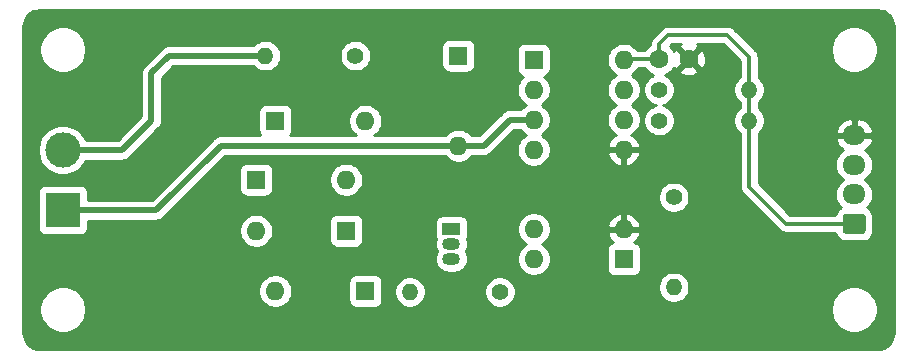
<source format=gbr>
%TF.GenerationSoftware,KiCad,Pcbnew,5.1.6-c6e7f7d~87~ubuntu20.04.1*%
%TF.CreationDate,2020-08-28T13:06:37+02:00*%
%TF.ProjectId,DCC,4443432e-6b69-4636-9164-5f7063625858,rev?*%
%TF.SameCoordinates,Original*%
%TF.FileFunction,Copper,L2,Bot*%
%TF.FilePolarity,Positive*%
%FSLAX46Y46*%
G04 Gerber Fmt 4.6, Leading zero omitted, Abs format (unit mm)*
G04 Created by KiCad (PCBNEW 5.1.6-c6e7f7d~87~ubuntu20.04.1) date 2020-08-28 13:06:37*
%MOMM*%
%LPD*%
G01*
G04 APERTURE LIST*
%TA.AperFunction,ComponentPad*%
%ADD10O,1.600000X1.600000*%
%TD*%
%TA.AperFunction,ComponentPad*%
%ADD11R,1.600000X1.600000*%
%TD*%
%TA.AperFunction,ComponentPad*%
%ADD12O,1.400000X1.400000*%
%TD*%
%TA.AperFunction,ComponentPad*%
%ADD13C,1.400000*%
%TD*%
%TA.AperFunction,ComponentPad*%
%ADD14R,1.500000X1.050000*%
%TD*%
%TA.AperFunction,ComponentPad*%
%ADD15O,1.500000X1.050000*%
%TD*%
%TA.AperFunction,ComponentPad*%
%ADD16O,1.950000X1.700000*%
%TD*%
%TA.AperFunction,ComponentPad*%
%ADD17C,3.000000*%
%TD*%
%TA.AperFunction,ComponentPad*%
%ADD18R,3.000000X3.000000*%
%TD*%
%TA.AperFunction,ComponentPad*%
%ADD19C,1.600000*%
%TD*%
%TA.AperFunction,Conductor*%
%ADD20C,0.300000*%
%TD*%
%TA.AperFunction,Conductor*%
%ADD21C,0.500000*%
%TD*%
%TA.AperFunction,Conductor*%
%ADD22C,0.254000*%
%TD*%
G04 APERTURE END LIST*
D10*
%TO.P,U2,4*%
%TO.N,Net-(Q1-Pad2)*%
X93880000Y-91738400D03*
%TO.P,U2,2*%
%TO.N,GND*%
X101500000Y-89198400D03*
%TO.P,U2,3*%
%TO.N,Net-(D1-Pad2)*%
X93880000Y-89198400D03*
D11*
%TO.P,U2,1*%
%TO.N,Net-(R3-Pad2)*%
X101500000Y-91738400D03*
%TD*%
D10*
%TO.P,U1,8*%
%TO.N,VCC*%
X101480600Y-74847400D03*
%TO.P,U1,4*%
%TO.N,N/C*%
X93860600Y-82467400D03*
%TO.P,U1,7*%
%TO.N,Net-(R4-Pad1)*%
X101480600Y-77387400D03*
%TO.P,U1,3*%
%TO.N,/K*%
X93860600Y-79927400D03*
%TO.P,U1,6*%
%TO.N,/DCC_IN*%
X101480600Y-79927400D03*
%TO.P,U1,2*%
%TO.N,Net-(D5-Pad1)*%
X93860600Y-77387400D03*
%TO.P,U1,5*%
%TO.N,GND*%
X101480600Y-82467400D03*
D11*
%TO.P,U1,1*%
%TO.N,Net-(U1-Pad1)*%
X93860600Y-74847400D03*
%TD*%
D12*
%TO.P,R5,2*%
%TO.N,VCC*%
X112120000Y-80000000D03*
D13*
%TO.P,R5,1*%
%TO.N,/DCC_IN*%
X104500000Y-80000000D03*
%TD*%
D12*
%TO.P,R4,2*%
%TO.N,VCC*%
X112120000Y-77387400D03*
D13*
%TO.P,R4,1*%
%TO.N,Net-(R4-Pad1)*%
X104500000Y-77387400D03*
%TD*%
D12*
%TO.P,R3,2*%
%TO.N,Net-(R3-Pad2)*%
X105722400Y-94120000D03*
D13*
%TO.P,R3,1*%
%TO.N,/ack*%
X105722400Y-86500000D03*
%TD*%
D12*
%TO.P,R2,2*%
%TO.N,/J*%
X71153000Y-74500000D03*
D13*
%TO.P,R2,1*%
%TO.N,Net-(D5-Pad1)*%
X78773000Y-74500000D03*
%TD*%
D12*
%TO.P,R1,2*%
%TO.N,Net-(D2-Pad1)*%
X83380000Y-94507000D03*
D13*
%TO.P,R1,1*%
%TO.N,Net-(Q1-Pad3)*%
X91000000Y-94507000D03*
%TD*%
D14*
%TO.P,Q1,1*%
%TO.N,Net-(D1-Pad2)*%
X86901000Y-89173000D03*
D15*
%TO.P,Q1,3*%
%TO.N,Net-(Q1-Pad3)*%
X86901000Y-91713000D03*
%TO.P,Q1,2*%
%TO.N,Net-(Q1-Pad2)*%
X86901000Y-90443000D03*
%TD*%
D16*
%TO.P,J2,4*%
%TO.N,GND*%
X121000000Y-81250000D03*
%TO.P,J2,3*%
%TO.N,/DCC_IN*%
X121000000Y-83750000D03*
%TO.P,J2,2*%
%TO.N,/ack*%
X121000000Y-86250000D03*
%TO.P,J2,1*%
%TO.N,VCC*%
%TA.AperFunction,ComponentPad*%
G36*
G01*
X121725000Y-89600000D02*
X120275000Y-89600000D01*
G75*
G02*
X120025000Y-89350000I0J250000D01*
G01*
X120025000Y-88150000D01*
G75*
G02*
X120275000Y-87900000I250000J0D01*
G01*
X121725000Y-87900000D01*
G75*
G02*
X121975000Y-88150000I0J-250000D01*
G01*
X121975000Y-89350000D01*
G75*
G02*
X121725000Y-89600000I-250000J0D01*
G01*
G37*
%TD.AperFunction*%
%TD*%
D17*
%TO.P,J1,2*%
%TO.N,/J*%
X54000000Y-82500000D03*
D18*
%TO.P,J1,1*%
%TO.N,/K*%
X54000000Y-87580000D03*
%TD*%
D10*
%TO.P,D5,2*%
%TO.N,/K*%
X87500000Y-82120000D03*
D11*
%TO.P,D5,1*%
%TO.N,Net-(D5-Pad1)*%
X87500000Y-74500000D03*
%TD*%
D10*
%TO.P,D4,2*%
%TO.N,/K_ACK*%
X70380000Y-89325400D03*
D11*
%TO.P,D4,1*%
%TO.N,Net-(D2-Pad1)*%
X78000000Y-89325400D03*
%TD*%
D10*
%TO.P,D3,2*%
%TO.N,Net-(D1-Pad2)*%
X78000000Y-85000000D03*
D11*
%TO.P,D3,1*%
%TO.N,/K_ACK*%
X70380000Y-85000000D03*
%TD*%
D10*
%TO.P,D2,2*%
%TO.N,/J_ACK*%
X72000000Y-94430800D03*
D11*
%TO.P,D2,1*%
%TO.N,Net-(D2-Pad1)*%
X79620000Y-94430800D03*
%TD*%
D10*
%TO.P,D1,2*%
%TO.N,Net-(D1-Pad2)*%
X79620000Y-80017800D03*
D11*
%TO.P,D1,1*%
%TO.N,/J_ACK*%
X72000000Y-80017800D03*
%TD*%
D19*
%TO.P,C1,2*%
%TO.N,GND*%
X107003200Y-74796600D03*
%TO.P,C1,1*%
%TO.N,VCC*%
X104503200Y-74796600D03*
%TD*%
D20*
%TO.N,VCC*%
X121000000Y-88750000D02*
X115250000Y-88750000D01*
X112120000Y-85620000D02*
X112120000Y-80000000D01*
X115250000Y-88750000D02*
X112120000Y-85620000D01*
X112120000Y-77387400D02*
X112120000Y-74620000D01*
X112120000Y-74620000D02*
X110250000Y-72750000D01*
X110250000Y-72750000D02*
X105250000Y-72750000D01*
X104503200Y-73496800D02*
X104503200Y-74796600D01*
X105250000Y-72750000D02*
X104503200Y-73496800D01*
X101531400Y-74796600D02*
X101480600Y-74847400D01*
X104503200Y-74796600D02*
X101531400Y-74796600D01*
X112120000Y-80000000D02*
X112120000Y-77387400D01*
D21*
%TO.N,/K*%
X54000000Y-87580000D02*
X59330000Y-87580000D01*
X67380000Y-82120000D02*
X87500000Y-82120000D01*
X61920000Y-87580000D02*
X67380000Y-82120000D01*
X59330000Y-87580000D02*
X61920000Y-87580000D01*
X87500000Y-82120000D02*
X89630000Y-82120000D01*
X91822600Y-79927400D02*
X93860600Y-79927400D01*
X89630000Y-82120000D02*
X91822600Y-79927400D01*
%TO.N,/J*%
X54000000Y-82500000D02*
X59000000Y-82500000D01*
X59000000Y-82500000D02*
X61500000Y-80000000D01*
X61500000Y-80000000D02*
X61500000Y-76000000D01*
X63000000Y-74500000D02*
X71153000Y-74500000D01*
X61500000Y-76000000D02*
X63000000Y-74500000D01*
%TD*%
D22*
%TO.N,GND*%
G36*
X123259659Y-70688625D02*
G01*
X123509429Y-70764035D01*
X123739792Y-70886522D01*
X123941980Y-71051422D01*
X124108286Y-71252450D01*
X124232378Y-71481954D01*
X124309531Y-71731195D01*
X124340001Y-72021098D01*
X124340000Y-97967721D01*
X124311375Y-98259660D01*
X124235965Y-98509429D01*
X124113477Y-98739794D01*
X123948579Y-98941979D01*
X123747546Y-99108288D01*
X123518046Y-99232378D01*
X123268805Y-99309531D01*
X122978911Y-99340000D01*
X52032279Y-99340000D01*
X51740340Y-99311375D01*
X51490571Y-99235965D01*
X51260206Y-99113477D01*
X51058021Y-98948579D01*
X50891712Y-98747546D01*
X50767622Y-98518046D01*
X50690469Y-98268805D01*
X50660000Y-97978911D01*
X50660000Y-95804495D01*
X52015000Y-95804495D01*
X52015000Y-96195505D01*
X52091282Y-96579003D01*
X52240915Y-96940250D01*
X52458149Y-97265364D01*
X52734636Y-97541851D01*
X53059750Y-97759085D01*
X53420997Y-97908718D01*
X53804495Y-97985000D01*
X54195505Y-97985000D01*
X54579003Y-97908718D01*
X54940250Y-97759085D01*
X55265364Y-97541851D01*
X55541851Y-97265364D01*
X55759085Y-96940250D01*
X55908718Y-96579003D01*
X55985000Y-96195505D01*
X55985000Y-95804495D01*
X55908718Y-95420997D01*
X55759085Y-95059750D01*
X55541851Y-94734636D01*
X55265364Y-94458149D01*
X55012911Y-94289465D01*
X70565000Y-94289465D01*
X70565000Y-94572135D01*
X70620147Y-94849374D01*
X70728320Y-95110527D01*
X70885363Y-95345559D01*
X71085241Y-95545437D01*
X71320273Y-95702480D01*
X71581426Y-95810653D01*
X71858665Y-95865800D01*
X72141335Y-95865800D01*
X72418574Y-95810653D01*
X72679727Y-95702480D01*
X72914759Y-95545437D01*
X73114637Y-95345559D01*
X73271680Y-95110527D01*
X73379853Y-94849374D01*
X73435000Y-94572135D01*
X73435000Y-94289465D01*
X73379853Y-94012226D01*
X73271680Y-93751073D01*
X73191317Y-93630800D01*
X78181928Y-93630800D01*
X78181928Y-95230800D01*
X78194188Y-95355282D01*
X78230498Y-95474980D01*
X78289463Y-95585294D01*
X78368815Y-95681985D01*
X78465506Y-95761337D01*
X78575820Y-95820302D01*
X78695518Y-95856612D01*
X78820000Y-95868872D01*
X80420000Y-95868872D01*
X80544482Y-95856612D01*
X80664180Y-95820302D01*
X80774494Y-95761337D01*
X80871185Y-95681985D01*
X80950537Y-95585294D01*
X81009502Y-95474980D01*
X81045812Y-95355282D01*
X81058072Y-95230800D01*
X81058072Y-94375514D01*
X82045000Y-94375514D01*
X82045000Y-94638486D01*
X82096304Y-94896405D01*
X82196939Y-95139359D01*
X82343038Y-95358013D01*
X82528987Y-95543962D01*
X82747641Y-95690061D01*
X82990595Y-95790696D01*
X83248514Y-95842000D01*
X83511486Y-95842000D01*
X83769405Y-95790696D01*
X84012359Y-95690061D01*
X84231013Y-95543962D01*
X84416962Y-95358013D01*
X84563061Y-95139359D01*
X84663696Y-94896405D01*
X84715000Y-94638486D01*
X84715000Y-94375514D01*
X89665000Y-94375514D01*
X89665000Y-94638486D01*
X89716304Y-94896405D01*
X89816939Y-95139359D01*
X89963038Y-95358013D01*
X90148987Y-95543962D01*
X90367641Y-95690061D01*
X90610595Y-95790696D01*
X90868514Y-95842000D01*
X91131486Y-95842000D01*
X91320033Y-95804495D01*
X119015000Y-95804495D01*
X119015000Y-96195505D01*
X119091282Y-96579003D01*
X119240915Y-96940250D01*
X119458149Y-97265364D01*
X119734636Y-97541851D01*
X120059750Y-97759085D01*
X120420997Y-97908718D01*
X120804495Y-97985000D01*
X121195505Y-97985000D01*
X121579003Y-97908718D01*
X121940250Y-97759085D01*
X122265364Y-97541851D01*
X122541851Y-97265364D01*
X122759085Y-96940250D01*
X122908718Y-96579003D01*
X122985000Y-96195505D01*
X122985000Y-95804495D01*
X122908718Y-95420997D01*
X122759085Y-95059750D01*
X122541851Y-94734636D01*
X122265364Y-94458149D01*
X121940250Y-94240915D01*
X121579003Y-94091282D01*
X121195505Y-94015000D01*
X120804495Y-94015000D01*
X120420997Y-94091282D01*
X120059750Y-94240915D01*
X119734636Y-94458149D01*
X119458149Y-94734636D01*
X119240915Y-95059750D01*
X119091282Y-95420997D01*
X119015000Y-95804495D01*
X91320033Y-95804495D01*
X91389405Y-95790696D01*
X91632359Y-95690061D01*
X91851013Y-95543962D01*
X92036962Y-95358013D01*
X92183061Y-95139359D01*
X92283696Y-94896405D01*
X92335000Y-94638486D01*
X92335000Y-94375514D01*
X92283696Y-94117595D01*
X92230229Y-93988514D01*
X104387400Y-93988514D01*
X104387400Y-94251486D01*
X104438704Y-94509405D01*
X104539339Y-94752359D01*
X104685438Y-94971013D01*
X104871387Y-95156962D01*
X105090041Y-95303061D01*
X105332995Y-95403696D01*
X105590914Y-95455000D01*
X105853886Y-95455000D01*
X106111805Y-95403696D01*
X106354759Y-95303061D01*
X106573413Y-95156962D01*
X106759362Y-94971013D01*
X106905461Y-94752359D01*
X107006096Y-94509405D01*
X107057400Y-94251486D01*
X107057400Y-93988514D01*
X107006096Y-93730595D01*
X106905461Y-93487641D01*
X106759362Y-93268987D01*
X106573413Y-93083038D01*
X106354759Y-92936939D01*
X106111805Y-92836304D01*
X105853886Y-92785000D01*
X105590914Y-92785000D01*
X105332995Y-92836304D01*
X105090041Y-92936939D01*
X104871387Y-93083038D01*
X104685438Y-93268987D01*
X104539339Y-93487641D01*
X104438704Y-93730595D01*
X104387400Y-93988514D01*
X92230229Y-93988514D01*
X92183061Y-93874641D01*
X92036962Y-93655987D01*
X91851013Y-93470038D01*
X91632359Y-93323939D01*
X91389405Y-93223304D01*
X91131486Y-93172000D01*
X90868514Y-93172000D01*
X90610595Y-93223304D01*
X90367641Y-93323939D01*
X90148987Y-93470038D01*
X89963038Y-93655987D01*
X89816939Y-93874641D01*
X89716304Y-94117595D01*
X89665000Y-94375514D01*
X84715000Y-94375514D01*
X84663696Y-94117595D01*
X84563061Y-93874641D01*
X84416962Y-93655987D01*
X84231013Y-93470038D01*
X84012359Y-93323939D01*
X83769405Y-93223304D01*
X83511486Y-93172000D01*
X83248514Y-93172000D01*
X82990595Y-93223304D01*
X82747641Y-93323939D01*
X82528987Y-93470038D01*
X82343038Y-93655987D01*
X82196939Y-93874641D01*
X82096304Y-94117595D01*
X82045000Y-94375514D01*
X81058072Y-94375514D01*
X81058072Y-93630800D01*
X81045812Y-93506318D01*
X81009502Y-93386620D01*
X80950537Y-93276306D01*
X80871185Y-93179615D01*
X80774494Y-93100263D01*
X80664180Y-93041298D01*
X80544482Y-93004988D01*
X80420000Y-92992728D01*
X78820000Y-92992728D01*
X78695518Y-93004988D01*
X78575820Y-93041298D01*
X78465506Y-93100263D01*
X78368815Y-93179615D01*
X78289463Y-93276306D01*
X78230498Y-93386620D01*
X78194188Y-93506318D01*
X78181928Y-93630800D01*
X73191317Y-93630800D01*
X73114637Y-93516041D01*
X72914759Y-93316163D01*
X72679727Y-93159120D01*
X72418574Y-93050947D01*
X72141335Y-92995800D01*
X71858665Y-92995800D01*
X71581426Y-93050947D01*
X71320273Y-93159120D01*
X71085241Y-93316163D01*
X70885363Y-93516041D01*
X70728320Y-93751073D01*
X70620147Y-94012226D01*
X70565000Y-94289465D01*
X55012911Y-94289465D01*
X54940250Y-94240915D01*
X54579003Y-94091282D01*
X54195505Y-94015000D01*
X53804495Y-94015000D01*
X53420997Y-94091282D01*
X53059750Y-94240915D01*
X52734636Y-94458149D01*
X52458149Y-94734636D01*
X52240915Y-95059750D01*
X52091282Y-95420997D01*
X52015000Y-95804495D01*
X50660000Y-95804495D01*
X50660000Y-86080000D01*
X51861928Y-86080000D01*
X51861928Y-89080000D01*
X51874188Y-89204482D01*
X51910498Y-89324180D01*
X51969463Y-89434494D01*
X52048815Y-89531185D01*
X52145506Y-89610537D01*
X52255820Y-89669502D01*
X52375518Y-89705812D01*
X52500000Y-89718072D01*
X55500000Y-89718072D01*
X55624482Y-89705812D01*
X55744180Y-89669502D01*
X55854494Y-89610537D01*
X55951185Y-89531185D01*
X56030537Y-89434494D01*
X56089502Y-89324180D01*
X56125812Y-89204482D01*
X56127822Y-89184065D01*
X68945000Y-89184065D01*
X68945000Y-89466735D01*
X69000147Y-89743974D01*
X69108320Y-90005127D01*
X69265363Y-90240159D01*
X69465241Y-90440037D01*
X69700273Y-90597080D01*
X69961426Y-90705253D01*
X70238665Y-90760400D01*
X70521335Y-90760400D01*
X70798574Y-90705253D01*
X71059727Y-90597080D01*
X71294759Y-90440037D01*
X71494637Y-90240159D01*
X71651680Y-90005127D01*
X71759853Y-89743974D01*
X71815000Y-89466735D01*
X71815000Y-89184065D01*
X71759853Y-88906826D01*
X71651680Y-88645673D01*
X71571317Y-88525400D01*
X76561928Y-88525400D01*
X76561928Y-90125400D01*
X76574188Y-90249882D01*
X76610498Y-90369580D01*
X76669463Y-90479894D01*
X76748815Y-90576585D01*
X76845506Y-90655937D01*
X76955820Y-90714902D01*
X77075518Y-90751212D01*
X77200000Y-90763472D01*
X78800000Y-90763472D01*
X78924482Y-90751212D01*
X79044180Y-90714902D01*
X79154494Y-90655937D01*
X79251185Y-90576585D01*
X79330537Y-90479894D01*
X79350257Y-90443000D01*
X85510388Y-90443000D01*
X85532785Y-90670400D01*
X85599115Y-90889060D01*
X85700105Y-91078000D01*
X85599115Y-91266940D01*
X85532785Y-91485600D01*
X85510388Y-91713000D01*
X85532785Y-91940400D01*
X85599115Y-92159060D01*
X85706829Y-92360579D01*
X85851788Y-92537212D01*
X86028421Y-92682171D01*
X86229940Y-92789885D01*
X86448600Y-92856215D01*
X86619021Y-92873000D01*
X87182979Y-92873000D01*
X87353400Y-92856215D01*
X87572060Y-92789885D01*
X87773579Y-92682171D01*
X87950212Y-92537212D01*
X88095171Y-92360579D01*
X88202885Y-92159060D01*
X88269215Y-91940400D01*
X88291612Y-91713000D01*
X88269215Y-91485600D01*
X88202885Y-91266940D01*
X88101895Y-91078000D01*
X88202885Y-90889060D01*
X88269215Y-90670400D01*
X88291612Y-90443000D01*
X88269215Y-90215600D01*
X88205907Y-90006902D01*
X88240502Y-89942180D01*
X88276812Y-89822482D01*
X88289072Y-89698000D01*
X88289072Y-89057065D01*
X92445000Y-89057065D01*
X92445000Y-89339735D01*
X92500147Y-89616974D01*
X92608320Y-89878127D01*
X92765363Y-90113159D01*
X92965241Y-90313037D01*
X93197759Y-90468400D01*
X92965241Y-90623763D01*
X92765363Y-90823641D01*
X92608320Y-91058673D01*
X92500147Y-91319826D01*
X92445000Y-91597065D01*
X92445000Y-91879735D01*
X92500147Y-92156974D01*
X92608320Y-92418127D01*
X92765363Y-92653159D01*
X92965241Y-92853037D01*
X93200273Y-93010080D01*
X93461426Y-93118253D01*
X93738665Y-93173400D01*
X94021335Y-93173400D01*
X94298574Y-93118253D01*
X94559727Y-93010080D01*
X94794759Y-92853037D01*
X94994637Y-92653159D01*
X95151680Y-92418127D01*
X95259853Y-92156974D01*
X95315000Y-91879735D01*
X95315000Y-91597065D01*
X95259853Y-91319826D01*
X95151680Y-91058673D01*
X95071317Y-90938400D01*
X100061928Y-90938400D01*
X100061928Y-92538400D01*
X100074188Y-92662882D01*
X100110498Y-92782580D01*
X100169463Y-92892894D01*
X100248815Y-92989585D01*
X100345506Y-93068937D01*
X100455820Y-93127902D01*
X100575518Y-93164212D01*
X100700000Y-93176472D01*
X102300000Y-93176472D01*
X102424482Y-93164212D01*
X102544180Y-93127902D01*
X102654494Y-93068937D01*
X102751185Y-92989585D01*
X102830537Y-92892894D01*
X102889502Y-92782580D01*
X102925812Y-92662882D01*
X102938072Y-92538400D01*
X102938072Y-90938400D01*
X102925812Y-90813918D01*
X102889502Y-90694220D01*
X102830537Y-90583906D01*
X102751185Y-90487215D01*
X102654494Y-90407863D01*
X102544180Y-90348898D01*
X102424482Y-90312588D01*
X102399920Y-90310169D01*
X102563519Y-90161814D01*
X102731037Y-89935820D01*
X102851246Y-89681487D01*
X102891904Y-89547439D01*
X102769915Y-89325400D01*
X101627000Y-89325400D01*
X101627000Y-89345400D01*
X101373000Y-89345400D01*
X101373000Y-89325400D01*
X100230085Y-89325400D01*
X100108096Y-89547439D01*
X100148754Y-89681487D01*
X100268963Y-89935820D01*
X100436481Y-90161814D01*
X100600080Y-90310169D01*
X100575518Y-90312588D01*
X100455820Y-90348898D01*
X100345506Y-90407863D01*
X100248815Y-90487215D01*
X100169463Y-90583906D01*
X100110498Y-90694220D01*
X100074188Y-90813918D01*
X100061928Y-90938400D01*
X95071317Y-90938400D01*
X94994637Y-90823641D01*
X94794759Y-90623763D01*
X94562241Y-90468400D01*
X94794759Y-90313037D01*
X94994637Y-90113159D01*
X95151680Y-89878127D01*
X95259853Y-89616974D01*
X95315000Y-89339735D01*
X95315000Y-89057065D01*
X95273685Y-88849361D01*
X100108096Y-88849361D01*
X100230085Y-89071400D01*
X101373000Y-89071400D01*
X101373000Y-87927776D01*
X101627000Y-87927776D01*
X101627000Y-89071400D01*
X102769915Y-89071400D01*
X102891904Y-88849361D01*
X102851246Y-88715313D01*
X102731037Y-88460980D01*
X102563519Y-88234986D01*
X102355131Y-88046015D01*
X102113881Y-87901330D01*
X101849040Y-87806491D01*
X101627000Y-87927776D01*
X101373000Y-87927776D01*
X101150960Y-87806491D01*
X100886119Y-87901330D01*
X100644869Y-88046015D01*
X100436481Y-88234986D01*
X100268963Y-88460980D01*
X100148754Y-88715313D01*
X100108096Y-88849361D01*
X95273685Y-88849361D01*
X95259853Y-88779826D01*
X95151680Y-88518673D01*
X94994637Y-88283641D01*
X94794759Y-88083763D01*
X94559727Y-87926720D01*
X94298574Y-87818547D01*
X94021335Y-87763400D01*
X93738665Y-87763400D01*
X93461426Y-87818547D01*
X93200273Y-87926720D01*
X92965241Y-88083763D01*
X92765363Y-88283641D01*
X92608320Y-88518673D01*
X92500147Y-88779826D01*
X92445000Y-89057065D01*
X88289072Y-89057065D01*
X88289072Y-88648000D01*
X88276812Y-88523518D01*
X88240502Y-88403820D01*
X88181537Y-88293506D01*
X88102185Y-88196815D01*
X88005494Y-88117463D01*
X87895180Y-88058498D01*
X87775482Y-88022188D01*
X87651000Y-88009928D01*
X86151000Y-88009928D01*
X86026518Y-88022188D01*
X85906820Y-88058498D01*
X85796506Y-88117463D01*
X85699815Y-88196815D01*
X85620463Y-88293506D01*
X85561498Y-88403820D01*
X85525188Y-88523518D01*
X85512928Y-88648000D01*
X85512928Y-89698000D01*
X85525188Y-89822482D01*
X85561498Y-89942180D01*
X85596093Y-90006902D01*
X85532785Y-90215600D01*
X85510388Y-90443000D01*
X79350257Y-90443000D01*
X79389502Y-90369580D01*
X79425812Y-90249882D01*
X79438072Y-90125400D01*
X79438072Y-88525400D01*
X79425812Y-88400918D01*
X79389502Y-88281220D01*
X79330537Y-88170906D01*
X79251185Y-88074215D01*
X79154494Y-87994863D01*
X79044180Y-87935898D01*
X78924482Y-87899588D01*
X78800000Y-87887328D01*
X77200000Y-87887328D01*
X77075518Y-87899588D01*
X76955820Y-87935898D01*
X76845506Y-87994863D01*
X76748815Y-88074215D01*
X76669463Y-88170906D01*
X76610498Y-88281220D01*
X76574188Y-88400918D01*
X76561928Y-88525400D01*
X71571317Y-88525400D01*
X71494637Y-88410641D01*
X71294759Y-88210763D01*
X71059727Y-88053720D01*
X70798574Y-87945547D01*
X70521335Y-87890400D01*
X70238665Y-87890400D01*
X69961426Y-87945547D01*
X69700273Y-88053720D01*
X69465241Y-88210763D01*
X69265363Y-88410641D01*
X69108320Y-88645673D01*
X69000147Y-88906826D01*
X68945000Y-89184065D01*
X56127822Y-89184065D01*
X56138072Y-89080000D01*
X56138072Y-88465000D01*
X61876531Y-88465000D01*
X61920000Y-88469281D01*
X61963469Y-88465000D01*
X61963477Y-88465000D01*
X62093490Y-88452195D01*
X62260313Y-88401589D01*
X62414059Y-88319411D01*
X62548817Y-88208817D01*
X62576534Y-88175044D01*
X66551578Y-84200000D01*
X68941928Y-84200000D01*
X68941928Y-85800000D01*
X68954188Y-85924482D01*
X68990498Y-86044180D01*
X69049463Y-86154494D01*
X69128815Y-86251185D01*
X69225506Y-86330537D01*
X69335820Y-86389502D01*
X69455518Y-86425812D01*
X69580000Y-86438072D01*
X71180000Y-86438072D01*
X71304482Y-86425812D01*
X71424180Y-86389502D01*
X71534494Y-86330537D01*
X71631185Y-86251185D01*
X71710537Y-86154494D01*
X71769502Y-86044180D01*
X71805812Y-85924482D01*
X71818072Y-85800000D01*
X71818072Y-84858665D01*
X76565000Y-84858665D01*
X76565000Y-85141335D01*
X76620147Y-85418574D01*
X76728320Y-85679727D01*
X76885363Y-85914759D01*
X77085241Y-86114637D01*
X77320273Y-86271680D01*
X77581426Y-86379853D01*
X77858665Y-86435000D01*
X78141335Y-86435000D01*
X78418574Y-86379853D01*
X78445948Y-86368514D01*
X104387400Y-86368514D01*
X104387400Y-86631486D01*
X104438704Y-86889405D01*
X104539339Y-87132359D01*
X104685438Y-87351013D01*
X104871387Y-87536962D01*
X105090041Y-87683061D01*
X105332995Y-87783696D01*
X105590914Y-87835000D01*
X105853886Y-87835000D01*
X106111805Y-87783696D01*
X106354759Y-87683061D01*
X106573413Y-87536962D01*
X106759362Y-87351013D01*
X106905461Y-87132359D01*
X107006096Y-86889405D01*
X107057400Y-86631486D01*
X107057400Y-86368514D01*
X107006096Y-86110595D01*
X106905461Y-85867641D01*
X106759362Y-85648987D01*
X106573413Y-85463038D01*
X106354759Y-85316939D01*
X106111805Y-85216304D01*
X105853886Y-85165000D01*
X105590914Y-85165000D01*
X105332995Y-85216304D01*
X105090041Y-85316939D01*
X104871387Y-85463038D01*
X104685438Y-85648987D01*
X104539339Y-85867641D01*
X104438704Y-86110595D01*
X104387400Y-86368514D01*
X78445948Y-86368514D01*
X78679727Y-86271680D01*
X78914759Y-86114637D01*
X79114637Y-85914759D01*
X79271680Y-85679727D01*
X79379853Y-85418574D01*
X79435000Y-85141335D01*
X79435000Y-84858665D01*
X79379853Y-84581426D01*
X79271680Y-84320273D01*
X79114637Y-84085241D01*
X78914759Y-83885363D01*
X78679727Y-83728320D01*
X78418574Y-83620147D01*
X78141335Y-83565000D01*
X77858665Y-83565000D01*
X77581426Y-83620147D01*
X77320273Y-83728320D01*
X77085241Y-83885363D01*
X76885363Y-84085241D01*
X76728320Y-84320273D01*
X76620147Y-84581426D01*
X76565000Y-84858665D01*
X71818072Y-84858665D01*
X71818072Y-84200000D01*
X71805812Y-84075518D01*
X71769502Y-83955820D01*
X71710537Y-83845506D01*
X71631185Y-83748815D01*
X71534494Y-83669463D01*
X71424180Y-83610498D01*
X71304482Y-83574188D01*
X71180000Y-83561928D01*
X69580000Y-83561928D01*
X69455518Y-83574188D01*
X69335820Y-83610498D01*
X69225506Y-83669463D01*
X69128815Y-83748815D01*
X69049463Y-83845506D01*
X68990498Y-83955820D01*
X68954188Y-84075518D01*
X68941928Y-84200000D01*
X66551578Y-84200000D01*
X67746579Y-83005000D01*
X86365479Y-83005000D01*
X86385363Y-83034759D01*
X86585241Y-83234637D01*
X86820273Y-83391680D01*
X87081426Y-83499853D01*
X87358665Y-83555000D01*
X87641335Y-83555000D01*
X87918574Y-83499853D01*
X88179727Y-83391680D01*
X88414759Y-83234637D01*
X88614637Y-83034759D01*
X88634521Y-83005000D01*
X89586531Y-83005000D01*
X89630000Y-83009281D01*
X89673469Y-83005000D01*
X89673477Y-83005000D01*
X89803490Y-82992195D01*
X89970313Y-82941589D01*
X90124059Y-82859411D01*
X90258817Y-82748817D01*
X90286534Y-82715044D01*
X92189179Y-80812400D01*
X92726079Y-80812400D01*
X92745963Y-80842159D01*
X92945841Y-81042037D01*
X93178359Y-81197400D01*
X92945841Y-81352763D01*
X92745963Y-81552641D01*
X92588920Y-81787673D01*
X92480747Y-82048826D01*
X92425600Y-82326065D01*
X92425600Y-82608735D01*
X92480747Y-82885974D01*
X92588920Y-83147127D01*
X92745963Y-83382159D01*
X92945841Y-83582037D01*
X93180873Y-83739080D01*
X93442026Y-83847253D01*
X93719265Y-83902400D01*
X94001935Y-83902400D01*
X94279174Y-83847253D01*
X94540327Y-83739080D01*
X94775359Y-83582037D01*
X94975237Y-83382159D01*
X95132280Y-83147127D01*
X95240453Y-82885974D01*
X95254284Y-82816439D01*
X100088696Y-82816439D01*
X100129354Y-82950487D01*
X100249563Y-83204820D01*
X100417081Y-83430814D01*
X100625469Y-83619785D01*
X100866719Y-83764470D01*
X101131560Y-83859309D01*
X101353600Y-83738024D01*
X101353600Y-82594400D01*
X101607600Y-82594400D01*
X101607600Y-83738024D01*
X101829640Y-83859309D01*
X102094481Y-83764470D01*
X102335731Y-83619785D01*
X102544119Y-83430814D01*
X102711637Y-83204820D01*
X102831846Y-82950487D01*
X102872504Y-82816439D01*
X102750515Y-82594400D01*
X101607600Y-82594400D01*
X101353600Y-82594400D01*
X100210685Y-82594400D01*
X100088696Y-82816439D01*
X95254284Y-82816439D01*
X95295600Y-82608735D01*
X95295600Y-82326065D01*
X95240453Y-82048826D01*
X95132280Y-81787673D01*
X94975237Y-81552641D01*
X94775359Y-81352763D01*
X94542841Y-81197400D01*
X94775359Y-81042037D01*
X94975237Y-80842159D01*
X95132280Y-80607127D01*
X95240453Y-80345974D01*
X95295600Y-80068735D01*
X95295600Y-79786065D01*
X95240453Y-79508826D01*
X95132280Y-79247673D01*
X94975237Y-79012641D01*
X94775359Y-78812763D01*
X94542841Y-78657400D01*
X94775359Y-78502037D01*
X94975237Y-78302159D01*
X95132280Y-78067127D01*
X95240453Y-77805974D01*
X95295600Y-77528735D01*
X95295600Y-77246065D01*
X95240453Y-76968826D01*
X95132280Y-76707673D01*
X94975237Y-76472641D01*
X94776639Y-76274043D01*
X94785082Y-76273212D01*
X94904780Y-76236902D01*
X95015094Y-76177937D01*
X95111785Y-76098585D01*
X95191137Y-76001894D01*
X95250102Y-75891580D01*
X95286412Y-75771882D01*
X95298672Y-75647400D01*
X95298672Y-74706065D01*
X100045600Y-74706065D01*
X100045600Y-74988735D01*
X100100747Y-75265974D01*
X100208920Y-75527127D01*
X100365963Y-75762159D01*
X100565841Y-75962037D01*
X100798359Y-76117400D01*
X100565841Y-76272763D01*
X100365963Y-76472641D01*
X100208920Y-76707673D01*
X100100747Y-76968826D01*
X100045600Y-77246065D01*
X100045600Y-77528735D01*
X100100747Y-77805974D01*
X100208920Y-78067127D01*
X100365963Y-78302159D01*
X100565841Y-78502037D01*
X100798359Y-78657400D01*
X100565841Y-78812763D01*
X100365963Y-79012641D01*
X100208920Y-79247673D01*
X100100747Y-79508826D01*
X100045600Y-79786065D01*
X100045600Y-80068735D01*
X100100747Y-80345974D01*
X100208920Y-80607127D01*
X100365963Y-80842159D01*
X100565841Y-81042037D01*
X100800873Y-81199080D01*
X100811465Y-81203467D01*
X100625469Y-81315015D01*
X100417081Y-81503986D01*
X100249563Y-81729980D01*
X100129354Y-81984313D01*
X100088696Y-82118361D01*
X100210685Y-82340400D01*
X101353600Y-82340400D01*
X101353600Y-82320400D01*
X101607600Y-82320400D01*
X101607600Y-82340400D01*
X102750515Y-82340400D01*
X102872504Y-82118361D01*
X102831846Y-81984313D01*
X102711637Y-81729980D01*
X102544119Y-81503986D01*
X102335731Y-81315015D01*
X102149735Y-81203467D01*
X102160327Y-81199080D01*
X102395359Y-81042037D01*
X102595237Y-80842159D01*
X102752280Y-80607127D01*
X102860453Y-80345974D01*
X102915600Y-80068735D01*
X102915600Y-79786065D01*
X102860453Y-79508826D01*
X102752280Y-79247673D01*
X102595237Y-79012641D01*
X102395359Y-78812763D01*
X102162841Y-78657400D01*
X102395359Y-78502037D01*
X102595237Y-78302159D01*
X102752280Y-78067127D01*
X102860453Y-77805974D01*
X102915600Y-77528735D01*
X102915600Y-77246065D01*
X102860453Y-76968826D01*
X102752280Y-76707673D01*
X102595237Y-76472641D01*
X102395359Y-76272763D01*
X102162841Y-76117400D01*
X102395359Y-75962037D01*
X102595237Y-75762159D01*
X102715882Y-75581600D01*
X103301861Y-75581600D01*
X103388563Y-75711359D01*
X103588441Y-75911237D01*
X103823473Y-76068280D01*
X104009795Y-76145457D01*
X103867641Y-76204339D01*
X103648987Y-76350438D01*
X103463038Y-76536387D01*
X103316939Y-76755041D01*
X103216304Y-76997995D01*
X103165000Y-77255914D01*
X103165000Y-77518886D01*
X103216304Y-77776805D01*
X103316939Y-78019759D01*
X103463038Y-78238413D01*
X103648987Y-78424362D01*
X103867641Y-78570461D01*
X104110595Y-78671096D01*
X104224231Y-78693700D01*
X104110595Y-78716304D01*
X103867641Y-78816939D01*
X103648987Y-78963038D01*
X103463038Y-79148987D01*
X103316939Y-79367641D01*
X103216304Y-79610595D01*
X103165000Y-79868514D01*
X103165000Y-80131486D01*
X103216304Y-80389405D01*
X103316939Y-80632359D01*
X103463038Y-80851013D01*
X103648987Y-81036962D01*
X103867641Y-81183061D01*
X104110595Y-81283696D01*
X104368514Y-81335000D01*
X104631486Y-81335000D01*
X104889405Y-81283696D01*
X105132359Y-81183061D01*
X105351013Y-81036962D01*
X105536962Y-80851013D01*
X105683061Y-80632359D01*
X105783696Y-80389405D01*
X105835000Y-80131486D01*
X105835000Y-79868514D01*
X105783696Y-79610595D01*
X105683061Y-79367641D01*
X105536962Y-79148987D01*
X105351013Y-78963038D01*
X105132359Y-78816939D01*
X104889405Y-78716304D01*
X104775769Y-78693700D01*
X104889405Y-78671096D01*
X105132359Y-78570461D01*
X105351013Y-78424362D01*
X105536962Y-78238413D01*
X105683061Y-78019759D01*
X105783696Y-77776805D01*
X105835000Y-77518886D01*
X105835000Y-77255914D01*
X105783696Y-76997995D01*
X105683061Y-76755041D01*
X105536962Y-76536387D01*
X105351013Y-76350438D01*
X105132359Y-76204339D01*
X104993405Y-76146782D01*
X105182927Y-76068280D01*
X105417959Y-75911237D01*
X105539894Y-75789302D01*
X106190103Y-75789302D01*
X106261686Y-76033271D01*
X106517196Y-76154171D01*
X106791384Y-76222900D01*
X107073712Y-76236817D01*
X107353330Y-76195387D01*
X107619492Y-76100203D01*
X107744714Y-76033271D01*
X107816297Y-75789302D01*
X107003200Y-74976205D01*
X106190103Y-75789302D01*
X105539894Y-75789302D01*
X105617837Y-75711359D01*
X105751892Y-75510731D01*
X105766529Y-75538114D01*
X106010498Y-75609697D01*
X106823595Y-74796600D01*
X107182805Y-74796600D01*
X107995902Y-75609697D01*
X108239871Y-75538114D01*
X108360771Y-75282604D01*
X108429500Y-75008416D01*
X108443417Y-74726088D01*
X108401987Y-74446470D01*
X108306803Y-74180308D01*
X108239871Y-74055086D01*
X107995902Y-73983503D01*
X107182805Y-74796600D01*
X106823595Y-74796600D01*
X106010498Y-73983503D01*
X105766529Y-74055086D01*
X105752876Y-74083941D01*
X105617837Y-73881841D01*
X105423077Y-73687081D01*
X105575157Y-73535000D01*
X106308325Y-73535000D01*
X106261686Y-73559929D01*
X106190103Y-73803898D01*
X107003200Y-74616995D01*
X107816297Y-73803898D01*
X107744714Y-73559929D01*
X107692029Y-73535000D01*
X109924843Y-73535000D01*
X111335001Y-74945159D01*
X111335000Y-76306330D01*
X111268987Y-76350438D01*
X111083038Y-76536387D01*
X110936939Y-76755041D01*
X110836304Y-76997995D01*
X110785000Y-77255914D01*
X110785000Y-77518886D01*
X110836304Y-77776805D01*
X110936939Y-78019759D01*
X111083038Y-78238413D01*
X111268987Y-78424362D01*
X111335001Y-78468471D01*
X111335000Y-78918930D01*
X111268987Y-78963038D01*
X111083038Y-79148987D01*
X110936939Y-79367641D01*
X110836304Y-79610595D01*
X110785000Y-79868514D01*
X110785000Y-80131486D01*
X110836304Y-80389405D01*
X110936939Y-80632359D01*
X111083038Y-80851013D01*
X111268987Y-81036962D01*
X111335001Y-81081071D01*
X111335000Y-85581447D01*
X111331203Y-85620000D01*
X111335000Y-85658553D01*
X111335000Y-85658560D01*
X111346359Y-85773886D01*
X111391246Y-85921859D01*
X111464138Y-86058232D01*
X111562236Y-86177764D01*
X111592190Y-86202347D01*
X114667658Y-89277816D01*
X114692236Y-89307764D01*
X114722184Y-89332342D01*
X114722187Y-89332345D01*
X114731192Y-89339735D01*
X114811767Y-89405862D01*
X114948140Y-89478754D01*
X115061672Y-89513194D01*
X115096112Y-89523641D01*
X115110490Y-89525057D01*
X115211439Y-89535000D01*
X115211446Y-89535000D01*
X115249999Y-89538797D01*
X115288552Y-89535000D01*
X119407555Y-89535000D01*
X119454528Y-89689850D01*
X119536595Y-89843386D01*
X119647038Y-89977962D01*
X119781614Y-90088405D01*
X119935150Y-90170472D01*
X120101746Y-90221008D01*
X120275000Y-90238072D01*
X121725000Y-90238072D01*
X121898254Y-90221008D01*
X122064850Y-90170472D01*
X122218386Y-90088405D01*
X122352962Y-89977962D01*
X122463405Y-89843386D01*
X122545472Y-89689850D01*
X122596008Y-89523254D01*
X122613072Y-89350000D01*
X122613072Y-88150000D01*
X122596008Y-87976746D01*
X122545472Y-87810150D01*
X122463405Y-87656614D01*
X122352962Y-87522038D01*
X122218386Y-87411595D01*
X122116663Y-87357223D01*
X122180134Y-87305134D01*
X122365706Y-87079014D01*
X122503599Y-86821034D01*
X122588513Y-86541111D01*
X122617185Y-86250000D01*
X122588513Y-85958889D01*
X122503599Y-85678966D01*
X122365706Y-85420986D01*
X122180134Y-85194866D01*
X121954014Y-85009294D01*
X121936626Y-85000000D01*
X121954014Y-84990706D01*
X122180134Y-84805134D01*
X122365706Y-84579014D01*
X122503599Y-84321034D01*
X122588513Y-84041111D01*
X122617185Y-83750000D01*
X122588513Y-83458889D01*
X122503599Y-83178966D01*
X122365706Y-82920986D01*
X122180134Y-82694866D01*
X121954014Y-82509294D01*
X121928278Y-82495538D01*
X122134429Y-82339049D01*
X122327496Y-82121193D01*
X122474352Y-81869858D01*
X122566476Y-81606890D01*
X122445155Y-81377000D01*
X121127000Y-81377000D01*
X121127000Y-81397000D01*
X120873000Y-81397000D01*
X120873000Y-81377000D01*
X119554845Y-81377000D01*
X119433524Y-81606890D01*
X119525648Y-81869858D01*
X119672504Y-82121193D01*
X119865571Y-82339049D01*
X120071722Y-82495538D01*
X120045986Y-82509294D01*
X119819866Y-82694866D01*
X119634294Y-82920986D01*
X119496401Y-83178966D01*
X119411487Y-83458889D01*
X119382815Y-83750000D01*
X119411487Y-84041111D01*
X119496401Y-84321034D01*
X119634294Y-84579014D01*
X119819866Y-84805134D01*
X120045986Y-84990706D01*
X120063374Y-85000000D01*
X120045986Y-85009294D01*
X119819866Y-85194866D01*
X119634294Y-85420986D01*
X119496401Y-85678966D01*
X119411487Y-85958889D01*
X119382815Y-86250000D01*
X119411487Y-86541111D01*
X119496401Y-86821034D01*
X119634294Y-87079014D01*
X119819866Y-87305134D01*
X119883337Y-87357223D01*
X119781614Y-87411595D01*
X119647038Y-87522038D01*
X119536595Y-87656614D01*
X119454528Y-87810150D01*
X119407555Y-87965000D01*
X115575158Y-87965000D01*
X112905000Y-85294843D01*
X112905000Y-81081070D01*
X112971013Y-81036962D01*
X113114865Y-80893110D01*
X119433524Y-80893110D01*
X119554845Y-81123000D01*
X120873000Y-81123000D01*
X120873000Y-79923835D01*
X121127000Y-79923835D01*
X121127000Y-81123000D01*
X122445155Y-81123000D01*
X122566476Y-80893110D01*
X122474352Y-80630142D01*
X122327496Y-80378807D01*
X122134429Y-80160951D01*
X121902570Y-79984947D01*
X121640830Y-79857558D01*
X121359267Y-79783680D01*
X121127000Y-79923835D01*
X120873000Y-79923835D01*
X120640733Y-79783680D01*
X120359170Y-79857558D01*
X120097430Y-79984947D01*
X119865571Y-80160951D01*
X119672504Y-80378807D01*
X119525648Y-80630142D01*
X119433524Y-80893110D01*
X113114865Y-80893110D01*
X113156962Y-80851013D01*
X113303061Y-80632359D01*
X113403696Y-80389405D01*
X113455000Y-80131486D01*
X113455000Y-79868514D01*
X113403696Y-79610595D01*
X113303061Y-79367641D01*
X113156962Y-79148987D01*
X112971013Y-78963038D01*
X112905000Y-78918930D01*
X112905000Y-78468470D01*
X112971013Y-78424362D01*
X113156962Y-78238413D01*
X113303061Y-78019759D01*
X113403696Y-77776805D01*
X113455000Y-77518886D01*
X113455000Y-77255914D01*
X113403696Y-76997995D01*
X113303061Y-76755041D01*
X113156962Y-76536387D01*
X112971013Y-76350438D01*
X112905000Y-76306330D01*
X112905000Y-74658552D01*
X112908797Y-74619999D01*
X112905000Y-74581446D01*
X112905000Y-74581439D01*
X112893641Y-74466113D01*
X112887683Y-74446470D01*
X112866920Y-74378026D01*
X112848754Y-74318140D01*
X112775862Y-74181767D01*
X112677764Y-74062236D01*
X112647816Y-74037658D01*
X112414653Y-73804495D01*
X119015000Y-73804495D01*
X119015000Y-74195505D01*
X119091282Y-74579003D01*
X119240915Y-74940250D01*
X119458149Y-75265364D01*
X119734636Y-75541851D01*
X120059750Y-75759085D01*
X120420997Y-75908718D01*
X120804495Y-75985000D01*
X121195505Y-75985000D01*
X121579003Y-75908718D01*
X121940250Y-75759085D01*
X122265364Y-75541851D01*
X122541851Y-75265364D01*
X122759085Y-74940250D01*
X122908718Y-74579003D01*
X122985000Y-74195505D01*
X122985000Y-73804495D01*
X122908718Y-73420997D01*
X122759085Y-73059750D01*
X122541851Y-72734636D01*
X122265364Y-72458149D01*
X121940250Y-72240915D01*
X121579003Y-72091282D01*
X121195505Y-72015000D01*
X120804495Y-72015000D01*
X120420997Y-72091282D01*
X120059750Y-72240915D01*
X119734636Y-72458149D01*
X119458149Y-72734636D01*
X119240915Y-73059750D01*
X119091282Y-73420997D01*
X119015000Y-73804495D01*
X112414653Y-73804495D01*
X110832347Y-72222190D01*
X110807764Y-72192236D01*
X110688233Y-72094138D01*
X110551860Y-72021246D01*
X110403887Y-71976359D01*
X110288561Y-71965000D01*
X110288553Y-71965000D01*
X110250000Y-71961203D01*
X110211447Y-71965000D01*
X105288556Y-71965000D01*
X105250000Y-71961203D01*
X105211444Y-71965000D01*
X105211439Y-71965000D01*
X105171026Y-71968980D01*
X105096113Y-71976358D01*
X104948140Y-72021246D01*
X104811767Y-72094138D01*
X104692236Y-72192236D01*
X104667653Y-72222190D01*
X103975390Y-72914453D01*
X103945436Y-72939036D01*
X103847338Y-73058568D01*
X103774446Y-73194941D01*
X103729559Y-73342914D01*
X103718200Y-73458240D01*
X103718200Y-73458247D01*
X103714403Y-73496800D01*
X103718200Y-73535353D01*
X103718200Y-73595261D01*
X103588441Y-73681963D01*
X103388563Y-73881841D01*
X103301861Y-74011600D01*
X102647996Y-74011600D01*
X102595237Y-73932641D01*
X102395359Y-73732763D01*
X102160327Y-73575720D01*
X101899174Y-73467547D01*
X101621935Y-73412400D01*
X101339265Y-73412400D01*
X101062026Y-73467547D01*
X100800873Y-73575720D01*
X100565841Y-73732763D01*
X100365963Y-73932641D01*
X100208920Y-74167673D01*
X100100747Y-74428826D01*
X100045600Y-74706065D01*
X95298672Y-74706065D01*
X95298672Y-74047400D01*
X95286412Y-73922918D01*
X95250102Y-73803220D01*
X95191137Y-73692906D01*
X95111785Y-73596215D01*
X95015094Y-73516863D01*
X94904780Y-73457898D01*
X94785082Y-73421588D01*
X94660600Y-73409328D01*
X93060600Y-73409328D01*
X92936118Y-73421588D01*
X92816420Y-73457898D01*
X92706106Y-73516863D01*
X92609415Y-73596215D01*
X92530063Y-73692906D01*
X92471098Y-73803220D01*
X92434788Y-73922918D01*
X92422528Y-74047400D01*
X92422528Y-75647400D01*
X92434788Y-75771882D01*
X92471098Y-75891580D01*
X92530063Y-76001894D01*
X92609415Y-76098585D01*
X92706106Y-76177937D01*
X92816420Y-76236902D01*
X92936118Y-76273212D01*
X92944561Y-76274043D01*
X92745963Y-76472641D01*
X92588920Y-76707673D01*
X92480747Y-76968826D01*
X92425600Y-77246065D01*
X92425600Y-77528735D01*
X92480747Y-77805974D01*
X92588920Y-78067127D01*
X92745963Y-78302159D01*
X92945841Y-78502037D01*
X93178359Y-78657400D01*
X92945841Y-78812763D01*
X92745963Y-79012641D01*
X92726079Y-79042400D01*
X91866069Y-79042400D01*
X91822600Y-79038119D01*
X91779131Y-79042400D01*
X91779123Y-79042400D01*
X91649110Y-79055205D01*
X91482286Y-79105811D01*
X91328541Y-79187989D01*
X91227553Y-79270868D01*
X91227551Y-79270870D01*
X91193783Y-79298583D01*
X91166070Y-79332351D01*
X89263422Y-81235000D01*
X88634521Y-81235000D01*
X88614637Y-81205241D01*
X88414759Y-81005363D01*
X88179727Y-80848320D01*
X87918574Y-80740147D01*
X87641335Y-80685000D01*
X87358665Y-80685000D01*
X87081426Y-80740147D01*
X86820273Y-80848320D01*
X86585241Y-81005363D01*
X86385363Y-81205241D01*
X86365479Y-81235000D01*
X80381262Y-81235000D01*
X80534759Y-81132437D01*
X80734637Y-80932559D01*
X80891680Y-80697527D01*
X80999853Y-80436374D01*
X81055000Y-80159135D01*
X81055000Y-79876465D01*
X80999853Y-79599226D01*
X80891680Y-79338073D01*
X80734637Y-79103041D01*
X80534759Y-78903163D01*
X80299727Y-78746120D01*
X80038574Y-78637947D01*
X79761335Y-78582800D01*
X79478665Y-78582800D01*
X79201426Y-78637947D01*
X78940273Y-78746120D01*
X78705241Y-78903163D01*
X78505363Y-79103041D01*
X78348320Y-79338073D01*
X78240147Y-79599226D01*
X78185000Y-79876465D01*
X78185000Y-80159135D01*
X78240147Y-80436374D01*
X78348320Y-80697527D01*
X78505363Y-80932559D01*
X78705241Y-81132437D01*
X78858738Y-81235000D01*
X73279076Y-81235000D01*
X73330537Y-81172294D01*
X73389502Y-81061980D01*
X73425812Y-80942282D01*
X73438072Y-80817800D01*
X73438072Y-79217800D01*
X73425812Y-79093318D01*
X73389502Y-78973620D01*
X73330537Y-78863306D01*
X73251185Y-78766615D01*
X73154494Y-78687263D01*
X73044180Y-78628298D01*
X72924482Y-78591988D01*
X72800000Y-78579728D01*
X71200000Y-78579728D01*
X71075518Y-78591988D01*
X70955820Y-78628298D01*
X70845506Y-78687263D01*
X70748815Y-78766615D01*
X70669463Y-78863306D01*
X70610498Y-78973620D01*
X70574188Y-79093318D01*
X70561928Y-79217800D01*
X70561928Y-80817800D01*
X70574188Y-80942282D01*
X70610498Y-81061980D01*
X70669463Y-81172294D01*
X70720924Y-81235000D01*
X67423466Y-81235000D01*
X67379999Y-81230719D01*
X67336533Y-81235000D01*
X67336523Y-81235000D01*
X67206510Y-81247805D01*
X67039687Y-81298411D01*
X66885941Y-81380589D01*
X66885939Y-81380590D01*
X66885940Y-81380590D01*
X66784953Y-81463468D01*
X66784951Y-81463470D01*
X66751183Y-81491183D01*
X66723470Y-81524951D01*
X61553422Y-86695000D01*
X56138072Y-86695000D01*
X56138072Y-86080000D01*
X56125812Y-85955518D01*
X56089502Y-85835820D01*
X56030537Y-85725506D01*
X55951185Y-85628815D01*
X55854494Y-85549463D01*
X55744180Y-85490498D01*
X55624482Y-85454188D01*
X55500000Y-85441928D01*
X52500000Y-85441928D01*
X52375518Y-85454188D01*
X52255820Y-85490498D01*
X52145506Y-85549463D01*
X52048815Y-85628815D01*
X51969463Y-85725506D01*
X51910498Y-85835820D01*
X51874188Y-85955518D01*
X51861928Y-86080000D01*
X50660000Y-86080000D01*
X50660000Y-82289721D01*
X51865000Y-82289721D01*
X51865000Y-82710279D01*
X51947047Y-83122756D01*
X52107988Y-83511302D01*
X52341637Y-83860983D01*
X52639017Y-84158363D01*
X52988698Y-84392012D01*
X53377244Y-84552953D01*
X53789721Y-84635000D01*
X54210279Y-84635000D01*
X54622756Y-84552953D01*
X55011302Y-84392012D01*
X55360983Y-84158363D01*
X55658363Y-83860983D01*
X55892012Y-83511302D01*
X55944328Y-83385000D01*
X58956531Y-83385000D01*
X59000000Y-83389281D01*
X59043469Y-83385000D01*
X59043477Y-83385000D01*
X59173490Y-83372195D01*
X59340313Y-83321589D01*
X59494059Y-83239411D01*
X59628817Y-83128817D01*
X59656534Y-83095044D01*
X62095050Y-80656529D01*
X62128817Y-80628817D01*
X62239411Y-80494059D01*
X62321589Y-80340313D01*
X62372195Y-80173490D01*
X62385000Y-80043477D01*
X62385000Y-80043469D01*
X62389281Y-80000000D01*
X62385000Y-79956531D01*
X62385000Y-76366578D01*
X63366579Y-75385000D01*
X70150025Y-75385000D01*
X70301987Y-75536962D01*
X70520641Y-75683061D01*
X70763595Y-75783696D01*
X71021514Y-75835000D01*
X71284486Y-75835000D01*
X71542405Y-75783696D01*
X71785359Y-75683061D01*
X72004013Y-75536962D01*
X72189962Y-75351013D01*
X72336061Y-75132359D01*
X72436696Y-74889405D01*
X72488000Y-74631486D01*
X72488000Y-74368514D01*
X77438000Y-74368514D01*
X77438000Y-74631486D01*
X77489304Y-74889405D01*
X77589939Y-75132359D01*
X77736038Y-75351013D01*
X77921987Y-75536962D01*
X78140641Y-75683061D01*
X78383595Y-75783696D01*
X78641514Y-75835000D01*
X78904486Y-75835000D01*
X79162405Y-75783696D01*
X79405359Y-75683061D01*
X79624013Y-75536962D01*
X79809962Y-75351013D01*
X79956061Y-75132359D01*
X80056696Y-74889405D01*
X80108000Y-74631486D01*
X80108000Y-74368514D01*
X80056696Y-74110595D01*
X79956061Y-73867641D01*
X79844048Y-73700000D01*
X86061928Y-73700000D01*
X86061928Y-75300000D01*
X86074188Y-75424482D01*
X86110498Y-75544180D01*
X86169463Y-75654494D01*
X86248815Y-75751185D01*
X86345506Y-75830537D01*
X86455820Y-75889502D01*
X86575518Y-75925812D01*
X86700000Y-75938072D01*
X88300000Y-75938072D01*
X88424482Y-75925812D01*
X88544180Y-75889502D01*
X88654494Y-75830537D01*
X88751185Y-75751185D01*
X88830537Y-75654494D01*
X88889502Y-75544180D01*
X88925812Y-75424482D01*
X88938072Y-75300000D01*
X88938072Y-73700000D01*
X88925812Y-73575518D01*
X88889502Y-73455820D01*
X88830537Y-73345506D01*
X88751185Y-73248815D01*
X88654494Y-73169463D01*
X88544180Y-73110498D01*
X88424482Y-73074188D01*
X88300000Y-73061928D01*
X86700000Y-73061928D01*
X86575518Y-73074188D01*
X86455820Y-73110498D01*
X86345506Y-73169463D01*
X86248815Y-73248815D01*
X86169463Y-73345506D01*
X86110498Y-73455820D01*
X86074188Y-73575518D01*
X86061928Y-73700000D01*
X79844048Y-73700000D01*
X79809962Y-73648987D01*
X79624013Y-73463038D01*
X79405359Y-73316939D01*
X79162405Y-73216304D01*
X78904486Y-73165000D01*
X78641514Y-73165000D01*
X78383595Y-73216304D01*
X78140641Y-73316939D01*
X77921987Y-73463038D01*
X77736038Y-73648987D01*
X77589939Y-73867641D01*
X77489304Y-74110595D01*
X77438000Y-74368514D01*
X72488000Y-74368514D01*
X72436696Y-74110595D01*
X72336061Y-73867641D01*
X72189962Y-73648987D01*
X72004013Y-73463038D01*
X71785359Y-73316939D01*
X71542405Y-73216304D01*
X71284486Y-73165000D01*
X71021514Y-73165000D01*
X70763595Y-73216304D01*
X70520641Y-73316939D01*
X70301987Y-73463038D01*
X70150025Y-73615000D01*
X63043465Y-73615000D01*
X62999999Y-73610719D01*
X62956533Y-73615000D01*
X62956523Y-73615000D01*
X62826510Y-73627805D01*
X62659687Y-73678411D01*
X62505941Y-73760589D01*
X62505939Y-73760590D01*
X62505940Y-73760590D01*
X62404953Y-73843468D01*
X62404951Y-73843470D01*
X62371183Y-73871183D01*
X62343470Y-73904951D01*
X60904951Y-75343471D01*
X60871184Y-75371183D01*
X60843471Y-75404951D01*
X60843468Y-75404954D01*
X60760590Y-75505941D01*
X60678412Y-75659687D01*
X60627805Y-75826510D01*
X60610719Y-76000000D01*
X60615001Y-76043479D01*
X60615000Y-79633421D01*
X58633422Y-81615000D01*
X55944328Y-81615000D01*
X55892012Y-81488698D01*
X55658363Y-81139017D01*
X55360983Y-80841637D01*
X55011302Y-80607988D01*
X54622756Y-80447047D01*
X54210279Y-80365000D01*
X53789721Y-80365000D01*
X53377244Y-80447047D01*
X52988698Y-80607988D01*
X52639017Y-80841637D01*
X52341637Y-81139017D01*
X52107988Y-81488698D01*
X51947047Y-81877244D01*
X51865000Y-82289721D01*
X50660000Y-82289721D01*
X50660000Y-73804495D01*
X52015000Y-73804495D01*
X52015000Y-74195505D01*
X52091282Y-74579003D01*
X52240915Y-74940250D01*
X52458149Y-75265364D01*
X52734636Y-75541851D01*
X53059750Y-75759085D01*
X53420997Y-75908718D01*
X53804495Y-75985000D01*
X54195505Y-75985000D01*
X54579003Y-75908718D01*
X54940250Y-75759085D01*
X55265364Y-75541851D01*
X55541851Y-75265364D01*
X55759085Y-74940250D01*
X55908718Y-74579003D01*
X55985000Y-74195505D01*
X55985000Y-73804495D01*
X55908718Y-73420997D01*
X55759085Y-73059750D01*
X55541851Y-72734636D01*
X55265364Y-72458149D01*
X54940250Y-72240915D01*
X54579003Y-72091282D01*
X54195505Y-72015000D01*
X53804495Y-72015000D01*
X53420997Y-72091282D01*
X53059750Y-72240915D01*
X52734636Y-72458149D01*
X52458149Y-72734636D01*
X52240915Y-73059750D01*
X52091282Y-73420997D01*
X52015000Y-73804495D01*
X50660000Y-73804495D01*
X50660000Y-72032279D01*
X50688625Y-71740341D01*
X50764035Y-71490571D01*
X50886522Y-71260208D01*
X51051422Y-71058020D01*
X51252450Y-70891714D01*
X51481954Y-70767622D01*
X51731195Y-70690469D01*
X52021088Y-70660000D01*
X122967721Y-70660000D01*
X123259659Y-70688625D01*
G37*
X123259659Y-70688625D02*
X123509429Y-70764035D01*
X123739792Y-70886522D01*
X123941980Y-71051422D01*
X124108286Y-71252450D01*
X124232378Y-71481954D01*
X124309531Y-71731195D01*
X124340001Y-72021098D01*
X124340000Y-97967721D01*
X124311375Y-98259660D01*
X124235965Y-98509429D01*
X124113477Y-98739794D01*
X123948579Y-98941979D01*
X123747546Y-99108288D01*
X123518046Y-99232378D01*
X123268805Y-99309531D01*
X122978911Y-99340000D01*
X52032279Y-99340000D01*
X51740340Y-99311375D01*
X51490571Y-99235965D01*
X51260206Y-99113477D01*
X51058021Y-98948579D01*
X50891712Y-98747546D01*
X50767622Y-98518046D01*
X50690469Y-98268805D01*
X50660000Y-97978911D01*
X50660000Y-95804495D01*
X52015000Y-95804495D01*
X52015000Y-96195505D01*
X52091282Y-96579003D01*
X52240915Y-96940250D01*
X52458149Y-97265364D01*
X52734636Y-97541851D01*
X53059750Y-97759085D01*
X53420997Y-97908718D01*
X53804495Y-97985000D01*
X54195505Y-97985000D01*
X54579003Y-97908718D01*
X54940250Y-97759085D01*
X55265364Y-97541851D01*
X55541851Y-97265364D01*
X55759085Y-96940250D01*
X55908718Y-96579003D01*
X55985000Y-96195505D01*
X55985000Y-95804495D01*
X55908718Y-95420997D01*
X55759085Y-95059750D01*
X55541851Y-94734636D01*
X55265364Y-94458149D01*
X55012911Y-94289465D01*
X70565000Y-94289465D01*
X70565000Y-94572135D01*
X70620147Y-94849374D01*
X70728320Y-95110527D01*
X70885363Y-95345559D01*
X71085241Y-95545437D01*
X71320273Y-95702480D01*
X71581426Y-95810653D01*
X71858665Y-95865800D01*
X72141335Y-95865800D01*
X72418574Y-95810653D01*
X72679727Y-95702480D01*
X72914759Y-95545437D01*
X73114637Y-95345559D01*
X73271680Y-95110527D01*
X73379853Y-94849374D01*
X73435000Y-94572135D01*
X73435000Y-94289465D01*
X73379853Y-94012226D01*
X73271680Y-93751073D01*
X73191317Y-93630800D01*
X78181928Y-93630800D01*
X78181928Y-95230800D01*
X78194188Y-95355282D01*
X78230498Y-95474980D01*
X78289463Y-95585294D01*
X78368815Y-95681985D01*
X78465506Y-95761337D01*
X78575820Y-95820302D01*
X78695518Y-95856612D01*
X78820000Y-95868872D01*
X80420000Y-95868872D01*
X80544482Y-95856612D01*
X80664180Y-95820302D01*
X80774494Y-95761337D01*
X80871185Y-95681985D01*
X80950537Y-95585294D01*
X81009502Y-95474980D01*
X81045812Y-95355282D01*
X81058072Y-95230800D01*
X81058072Y-94375514D01*
X82045000Y-94375514D01*
X82045000Y-94638486D01*
X82096304Y-94896405D01*
X82196939Y-95139359D01*
X82343038Y-95358013D01*
X82528987Y-95543962D01*
X82747641Y-95690061D01*
X82990595Y-95790696D01*
X83248514Y-95842000D01*
X83511486Y-95842000D01*
X83769405Y-95790696D01*
X84012359Y-95690061D01*
X84231013Y-95543962D01*
X84416962Y-95358013D01*
X84563061Y-95139359D01*
X84663696Y-94896405D01*
X84715000Y-94638486D01*
X84715000Y-94375514D01*
X89665000Y-94375514D01*
X89665000Y-94638486D01*
X89716304Y-94896405D01*
X89816939Y-95139359D01*
X89963038Y-95358013D01*
X90148987Y-95543962D01*
X90367641Y-95690061D01*
X90610595Y-95790696D01*
X90868514Y-95842000D01*
X91131486Y-95842000D01*
X91320033Y-95804495D01*
X119015000Y-95804495D01*
X119015000Y-96195505D01*
X119091282Y-96579003D01*
X119240915Y-96940250D01*
X119458149Y-97265364D01*
X119734636Y-97541851D01*
X120059750Y-97759085D01*
X120420997Y-97908718D01*
X120804495Y-97985000D01*
X121195505Y-97985000D01*
X121579003Y-97908718D01*
X121940250Y-97759085D01*
X122265364Y-97541851D01*
X122541851Y-97265364D01*
X122759085Y-96940250D01*
X122908718Y-96579003D01*
X122985000Y-96195505D01*
X122985000Y-95804495D01*
X122908718Y-95420997D01*
X122759085Y-95059750D01*
X122541851Y-94734636D01*
X122265364Y-94458149D01*
X121940250Y-94240915D01*
X121579003Y-94091282D01*
X121195505Y-94015000D01*
X120804495Y-94015000D01*
X120420997Y-94091282D01*
X120059750Y-94240915D01*
X119734636Y-94458149D01*
X119458149Y-94734636D01*
X119240915Y-95059750D01*
X119091282Y-95420997D01*
X119015000Y-95804495D01*
X91320033Y-95804495D01*
X91389405Y-95790696D01*
X91632359Y-95690061D01*
X91851013Y-95543962D01*
X92036962Y-95358013D01*
X92183061Y-95139359D01*
X92283696Y-94896405D01*
X92335000Y-94638486D01*
X92335000Y-94375514D01*
X92283696Y-94117595D01*
X92230229Y-93988514D01*
X104387400Y-93988514D01*
X104387400Y-94251486D01*
X104438704Y-94509405D01*
X104539339Y-94752359D01*
X104685438Y-94971013D01*
X104871387Y-95156962D01*
X105090041Y-95303061D01*
X105332995Y-95403696D01*
X105590914Y-95455000D01*
X105853886Y-95455000D01*
X106111805Y-95403696D01*
X106354759Y-95303061D01*
X106573413Y-95156962D01*
X106759362Y-94971013D01*
X106905461Y-94752359D01*
X107006096Y-94509405D01*
X107057400Y-94251486D01*
X107057400Y-93988514D01*
X107006096Y-93730595D01*
X106905461Y-93487641D01*
X106759362Y-93268987D01*
X106573413Y-93083038D01*
X106354759Y-92936939D01*
X106111805Y-92836304D01*
X105853886Y-92785000D01*
X105590914Y-92785000D01*
X105332995Y-92836304D01*
X105090041Y-92936939D01*
X104871387Y-93083038D01*
X104685438Y-93268987D01*
X104539339Y-93487641D01*
X104438704Y-93730595D01*
X104387400Y-93988514D01*
X92230229Y-93988514D01*
X92183061Y-93874641D01*
X92036962Y-93655987D01*
X91851013Y-93470038D01*
X91632359Y-93323939D01*
X91389405Y-93223304D01*
X91131486Y-93172000D01*
X90868514Y-93172000D01*
X90610595Y-93223304D01*
X90367641Y-93323939D01*
X90148987Y-93470038D01*
X89963038Y-93655987D01*
X89816939Y-93874641D01*
X89716304Y-94117595D01*
X89665000Y-94375514D01*
X84715000Y-94375514D01*
X84663696Y-94117595D01*
X84563061Y-93874641D01*
X84416962Y-93655987D01*
X84231013Y-93470038D01*
X84012359Y-93323939D01*
X83769405Y-93223304D01*
X83511486Y-93172000D01*
X83248514Y-93172000D01*
X82990595Y-93223304D01*
X82747641Y-93323939D01*
X82528987Y-93470038D01*
X82343038Y-93655987D01*
X82196939Y-93874641D01*
X82096304Y-94117595D01*
X82045000Y-94375514D01*
X81058072Y-94375514D01*
X81058072Y-93630800D01*
X81045812Y-93506318D01*
X81009502Y-93386620D01*
X80950537Y-93276306D01*
X80871185Y-93179615D01*
X80774494Y-93100263D01*
X80664180Y-93041298D01*
X80544482Y-93004988D01*
X80420000Y-92992728D01*
X78820000Y-92992728D01*
X78695518Y-93004988D01*
X78575820Y-93041298D01*
X78465506Y-93100263D01*
X78368815Y-93179615D01*
X78289463Y-93276306D01*
X78230498Y-93386620D01*
X78194188Y-93506318D01*
X78181928Y-93630800D01*
X73191317Y-93630800D01*
X73114637Y-93516041D01*
X72914759Y-93316163D01*
X72679727Y-93159120D01*
X72418574Y-93050947D01*
X72141335Y-92995800D01*
X71858665Y-92995800D01*
X71581426Y-93050947D01*
X71320273Y-93159120D01*
X71085241Y-93316163D01*
X70885363Y-93516041D01*
X70728320Y-93751073D01*
X70620147Y-94012226D01*
X70565000Y-94289465D01*
X55012911Y-94289465D01*
X54940250Y-94240915D01*
X54579003Y-94091282D01*
X54195505Y-94015000D01*
X53804495Y-94015000D01*
X53420997Y-94091282D01*
X53059750Y-94240915D01*
X52734636Y-94458149D01*
X52458149Y-94734636D01*
X52240915Y-95059750D01*
X52091282Y-95420997D01*
X52015000Y-95804495D01*
X50660000Y-95804495D01*
X50660000Y-86080000D01*
X51861928Y-86080000D01*
X51861928Y-89080000D01*
X51874188Y-89204482D01*
X51910498Y-89324180D01*
X51969463Y-89434494D01*
X52048815Y-89531185D01*
X52145506Y-89610537D01*
X52255820Y-89669502D01*
X52375518Y-89705812D01*
X52500000Y-89718072D01*
X55500000Y-89718072D01*
X55624482Y-89705812D01*
X55744180Y-89669502D01*
X55854494Y-89610537D01*
X55951185Y-89531185D01*
X56030537Y-89434494D01*
X56089502Y-89324180D01*
X56125812Y-89204482D01*
X56127822Y-89184065D01*
X68945000Y-89184065D01*
X68945000Y-89466735D01*
X69000147Y-89743974D01*
X69108320Y-90005127D01*
X69265363Y-90240159D01*
X69465241Y-90440037D01*
X69700273Y-90597080D01*
X69961426Y-90705253D01*
X70238665Y-90760400D01*
X70521335Y-90760400D01*
X70798574Y-90705253D01*
X71059727Y-90597080D01*
X71294759Y-90440037D01*
X71494637Y-90240159D01*
X71651680Y-90005127D01*
X71759853Y-89743974D01*
X71815000Y-89466735D01*
X71815000Y-89184065D01*
X71759853Y-88906826D01*
X71651680Y-88645673D01*
X71571317Y-88525400D01*
X76561928Y-88525400D01*
X76561928Y-90125400D01*
X76574188Y-90249882D01*
X76610498Y-90369580D01*
X76669463Y-90479894D01*
X76748815Y-90576585D01*
X76845506Y-90655937D01*
X76955820Y-90714902D01*
X77075518Y-90751212D01*
X77200000Y-90763472D01*
X78800000Y-90763472D01*
X78924482Y-90751212D01*
X79044180Y-90714902D01*
X79154494Y-90655937D01*
X79251185Y-90576585D01*
X79330537Y-90479894D01*
X79350257Y-90443000D01*
X85510388Y-90443000D01*
X85532785Y-90670400D01*
X85599115Y-90889060D01*
X85700105Y-91078000D01*
X85599115Y-91266940D01*
X85532785Y-91485600D01*
X85510388Y-91713000D01*
X85532785Y-91940400D01*
X85599115Y-92159060D01*
X85706829Y-92360579D01*
X85851788Y-92537212D01*
X86028421Y-92682171D01*
X86229940Y-92789885D01*
X86448600Y-92856215D01*
X86619021Y-92873000D01*
X87182979Y-92873000D01*
X87353400Y-92856215D01*
X87572060Y-92789885D01*
X87773579Y-92682171D01*
X87950212Y-92537212D01*
X88095171Y-92360579D01*
X88202885Y-92159060D01*
X88269215Y-91940400D01*
X88291612Y-91713000D01*
X88269215Y-91485600D01*
X88202885Y-91266940D01*
X88101895Y-91078000D01*
X88202885Y-90889060D01*
X88269215Y-90670400D01*
X88291612Y-90443000D01*
X88269215Y-90215600D01*
X88205907Y-90006902D01*
X88240502Y-89942180D01*
X88276812Y-89822482D01*
X88289072Y-89698000D01*
X88289072Y-89057065D01*
X92445000Y-89057065D01*
X92445000Y-89339735D01*
X92500147Y-89616974D01*
X92608320Y-89878127D01*
X92765363Y-90113159D01*
X92965241Y-90313037D01*
X93197759Y-90468400D01*
X92965241Y-90623763D01*
X92765363Y-90823641D01*
X92608320Y-91058673D01*
X92500147Y-91319826D01*
X92445000Y-91597065D01*
X92445000Y-91879735D01*
X92500147Y-92156974D01*
X92608320Y-92418127D01*
X92765363Y-92653159D01*
X92965241Y-92853037D01*
X93200273Y-93010080D01*
X93461426Y-93118253D01*
X93738665Y-93173400D01*
X94021335Y-93173400D01*
X94298574Y-93118253D01*
X94559727Y-93010080D01*
X94794759Y-92853037D01*
X94994637Y-92653159D01*
X95151680Y-92418127D01*
X95259853Y-92156974D01*
X95315000Y-91879735D01*
X95315000Y-91597065D01*
X95259853Y-91319826D01*
X95151680Y-91058673D01*
X95071317Y-90938400D01*
X100061928Y-90938400D01*
X100061928Y-92538400D01*
X100074188Y-92662882D01*
X100110498Y-92782580D01*
X100169463Y-92892894D01*
X100248815Y-92989585D01*
X100345506Y-93068937D01*
X100455820Y-93127902D01*
X100575518Y-93164212D01*
X100700000Y-93176472D01*
X102300000Y-93176472D01*
X102424482Y-93164212D01*
X102544180Y-93127902D01*
X102654494Y-93068937D01*
X102751185Y-92989585D01*
X102830537Y-92892894D01*
X102889502Y-92782580D01*
X102925812Y-92662882D01*
X102938072Y-92538400D01*
X102938072Y-90938400D01*
X102925812Y-90813918D01*
X102889502Y-90694220D01*
X102830537Y-90583906D01*
X102751185Y-90487215D01*
X102654494Y-90407863D01*
X102544180Y-90348898D01*
X102424482Y-90312588D01*
X102399920Y-90310169D01*
X102563519Y-90161814D01*
X102731037Y-89935820D01*
X102851246Y-89681487D01*
X102891904Y-89547439D01*
X102769915Y-89325400D01*
X101627000Y-89325400D01*
X101627000Y-89345400D01*
X101373000Y-89345400D01*
X101373000Y-89325400D01*
X100230085Y-89325400D01*
X100108096Y-89547439D01*
X100148754Y-89681487D01*
X100268963Y-89935820D01*
X100436481Y-90161814D01*
X100600080Y-90310169D01*
X100575518Y-90312588D01*
X100455820Y-90348898D01*
X100345506Y-90407863D01*
X100248815Y-90487215D01*
X100169463Y-90583906D01*
X100110498Y-90694220D01*
X100074188Y-90813918D01*
X100061928Y-90938400D01*
X95071317Y-90938400D01*
X94994637Y-90823641D01*
X94794759Y-90623763D01*
X94562241Y-90468400D01*
X94794759Y-90313037D01*
X94994637Y-90113159D01*
X95151680Y-89878127D01*
X95259853Y-89616974D01*
X95315000Y-89339735D01*
X95315000Y-89057065D01*
X95273685Y-88849361D01*
X100108096Y-88849361D01*
X100230085Y-89071400D01*
X101373000Y-89071400D01*
X101373000Y-87927776D01*
X101627000Y-87927776D01*
X101627000Y-89071400D01*
X102769915Y-89071400D01*
X102891904Y-88849361D01*
X102851246Y-88715313D01*
X102731037Y-88460980D01*
X102563519Y-88234986D01*
X102355131Y-88046015D01*
X102113881Y-87901330D01*
X101849040Y-87806491D01*
X101627000Y-87927776D01*
X101373000Y-87927776D01*
X101150960Y-87806491D01*
X100886119Y-87901330D01*
X100644869Y-88046015D01*
X100436481Y-88234986D01*
X100268963Y-88460980D01*
X100148754Y-88715313D01*
X100108096Y-88849361D01*
X95273685Y-88849361D01*
X95259853Y-88779826D01*
X95151680Y-88518673D01*
X94994637Y-88283641D01*
X94794759Y-88083763D01*
X94559727Y-87926720D01*
X94298574Y-87818547D01*
X94021335Y-87763400D01*
X93738665Y-87763400D01*
X93461426Y-87818547D01*
X93200273Y-87926720D01*
X92965241Y-88083763D01*
X92765363Y-88283641D01*
X92608320Y-88518673D01*
X92500147Y-88779826D01*
X92445000Y-89057065D01*
X88289072Y-89057065D01*
X88289072Y-88648000D01*
X88276812Y-88523518D01*
X88240502Y-88403820D01*
X88181537Y-88293506D01*
X88102185Y-88196815D01*
X88005494Y-88117463D01*
X87895180Y-88058498D01*
X87775482Y-88022188D01*
X87651000Y-88009928D01*
X86151000Y-88009928D01*
X86026518Y-88022188D01*
X85906820Y-88058498D01*
X85796506Y-88117463D01*
X85699815Y-88196815D01*
X85620463Y-88293506D01*
X85561498Y-88403820D01*
X85525188Y-88523518D01*
X85512928Y-88648000D01*
X85512928Y-89698000D01*
X85525188Y-89822482D01*
X85561498Y-89942180D01*
X85596093Y-90006902D01*
X85532785Y-90215600D01*
X85510388Y-90443000D01*
X79350257Y-90443000D01*
X79389502Y-90369580D01*
X79425812Y-90249882D01*
X79438072Y-90125400D01*
X79438072Y-88525400D01*
X79425812Y-88400918D01*
X79389502Y-88281220D01*
X79330537Y-88170906D01*
X79251185Y-88074215D01*
X79154494Y-87994863D01*
X79044180Y-87935898D01*
X78924482Y-87899588D01*
X78800000Y-87887328D01*
X77200000Y-87887328D01*
X77075518Y-87899588D01*
X76955820Y-87935898D01*
X76845506Y-87994863D01*
X76748815Y-88074215D01*
X76669463Y-88170906D01*
X76610498Y-88281220D01*
X76574188Y-88400918D01*
X76561928Y-88525400D01*
X71571317Y-88525400D01*
X71494637Y-88410641D01*
X71294759Y-88210763D01*
X71059727Y-88053720D01*
X70798574Y-87945547D01*
X70521335Y-87890400D01*
X70238665Y-87890400D01*
X69961426Y-87945547D01*
X69700273Y-88053720D01*
X69465241Y-88210763D01*
X69265363Y-88410641D01*
X69108320Y-88645673D01*
X69000147Y-88906826D01*
X68945000Y-89184065D01*
X56127822Y-89184065D01*
X56138072Y-89080000D01*
X56138072Y-88465000D01*
X61876531Y-88465000D01*
X61920000Y-88469281D01*
X61963469Y-88465000D01*
X61963477Y-88465000D01*
X62093490Y-88452195D01*
X62260313Y-88401589D01*
X62414059Y-88319411D01*
X62548817Y-88208817D01*
X62576534Y-88175044D01*
X66551578Y-84200000D01*
X68941928Y-84200000D01*
X68941928Y-85800000D01*
X68954188Y-85924482D01*
X68990498Y-86044180D01*
X69049463Y-86154494D01*
X69128815Y-86251185D01*
X69225506Y-86330537D01*
X69335820Y-86389502D01*
X69455518Y-86425812D01*
X69580000Y-86438072D01*
X71180000Y-86438072D01*
X71304482Y-86425812D01*
X71424180Y-86389502D01*
X71534494Y-86330537D01*
X71631185Y-86251185D01*
X71710537Y-86154494D01*
X71769502Y-86044180D01*
X71805812Y-85924482D01*
X71818072Y-85800000D01*
X71818072Y-84858665D01*
X76565000Y-84858665D01*
X76565000Y-85141335D01*
X76620147Y-85418574D01*
X76728320Y-85679727D01*
X76885363Y-85914759D01*
X77085241Y-86114637D01*
X77320273Y-86271680D01*
X77581426Y-86379853D01*
X77858665Y-86435000D01*
X78141335Y-86435000D01*
X78418574Y-86379853D01*
X78445948Y-86368514D01*
X104387400Y-86368514D01*
X104387400Y-86631486D01*
X104438704Y-86889405D01*
X104539339Y-87132359D01*
X104685438Y-87351013D01*
X104871387Y-87536962D01*
X105090041Y-87683061D01*
X105332995Y-87783696D01*
X105590914Y-87835000D01*
X105853886Y-87835000D01*
X106111805Y-87783696D01*
X106354759Y-87683061D01*
X106573413Y-87536962D01*
X106759362Y-87351013D01*
X106905461Y-87132359D01*
X107006096Y-86889405D01*
X107057400Y-86631486D01*
X107057400Y-86368514D01*
X107006096Y-86110595D01*
X106905461Y-85867641D01*
X106759362Y-85648987D01*
X106573413Y-85463038D01*
X106354759Y-85316939D01*
X106111805Y-85216304D01*
X105853886Y-85165000D01*
X105590914Y-85165000D01*
X105332995Y-85216304D01*
X105090041Y-85316939D01*
X104871387Y-85463038D01*
X104685438Y-85648987D01*
X104539339Y-85867641D01*
X104438704Y-86110595D01*
X104387400Y-86368514D01*
X78445948Y-86368514D01*
X78679727Y-86271680D01*
X78914759Y-86114637D01*
X79114637Y-85914759D01*
X79271680Y-85679727D01*
X79379853Y-85418574D01*
X79435000Y-85141335D01*
X79435000Y-84858665D01*
X79379853Y-84581426D01*
X79271680Y-84320273D01*
X79114637Y-84085241D01*
X78914759Y-83885363D01*
X78679727Y-83728320D01*
X78418574Y-83620147D01*
X78141335Y-83565000D01*
X77858665Y-83565000D01*
X77581426Y-83620147D01*
X77320273Y-83728320D01*
X77085241Y-83885363D01*
X76885363Y-84085241D01*
X76728320Y-84320273D01*
X76620147Y-84581426D01*
X76565000Y-84858665D01*
X71818072Y-84858665D01*
X71818072Y-84200000D01*
X71805812Y-84075518D01*
X71769502Y-83955820D01*
X71710537Y-83845506D01*
X71631185Y-83748815D01*
X71534494Y-83669463D01*
X71424180Y-83610498D01*
X71304482Y-83574188D01*
X71180000Y-83561928D01*
X69580000Y-83561928D01*
X69455518Y-83574188D01*
X69335820Y-83610498D01*
X69225506Y-83669463D01*
X69128815Y-83748815D01*
X69049463Y-83845506D01*
X68990498Y-83955820D01*
X68954188Y-84075518D01*
X68941928Y-84200000D01*
X66551578Y-84200000D01*
X67746579Y-83005000D01*
X86365479Y-83005000D01*
X86385363Y-83034759D01*
X86585241Y-83234637D01*
X86820273Y-83391680D01*
X87081426Y-83499853D01*
X87358665Y-83555000D01*
X87641335Y-83555000D01*
X87918574Y-83499853D01*
X88179727Y-83391680D01*
X88414759Y-83234637D01*
X88614637Y-83034759D01*
X88634521Y-83005000D01*
X89586531Y-83005000D01*
X89630000Y-83009281D01*
X89673469Y-83005000D01*
X89673477Y-83005000D01*
X89803490Y-82992195D01*
X89970313Y-82941589D01*
X90124059Y-82859411D01*
X90258817Y-82748817D01*
X90286534Y-82715044D01*
X92189179Y-80812400D01*
X92726079Y-80812400D01*
X92745963Y-80842159D01*
X92945841Y-81042037D01*
X93178359Y-81197400D01*
X92945841Y-81352763D01*
X92745963Y-81552641D01*
X92588920Y-81787673D01*
X92480747Y-82048826D01*
X92425600Y-82326065D01*
X92425600Y-82608735D01*
X92480747Y-82885974D01*
X92588920Y-83147127D01*
X92745963Y-83382159D01*
X92945841Y-83582037D01*
X93180873Y-83739080D01*
X93442026Y-83847253D01*
X93719265Y-83902400D01*
X94001935Y-83902400D01*
X94279174Y-83847253D01*
X94540327Y-83739080D01*
X94775359Y-83582037D01*
X94975237Y-83382159D01*
X95132280Y-83147127D01*
X95240453Y-82885974D01*
X95254284Y-82816439D01*
X100088696Y-82816439D01*
X100129354Y-82950487D01*
X100249563Y-83204820D01*
X100417081Y-83430814D01*
X100625469Y-83619785D01*
X100866719Y-83764470D01*
X101131560Y-83859309D01*
X101353600Y-83738024D01*
X101353600Y-82594400D01*
X101607600Y-82594400D01*
X101607600Y-83738024D01*
X101829640Y-83859309D01*
X102094481Y-83764470D01*
X102335731Y-83619785D01*
X102544119Y-83430814D01*
X102711637Y-83204820D01*
X102831846Y-82950487D01*
X102872504Y-82816439D01*
X102750515Y-82594400D01*
X101607600Y-82594400D01*
X101353600Y-82594400D01*
X100210685Y-82594400D01*
X100088696Y-82816439D01*
X95254284Y-82816439D01*
X95295600Y-82608735D01*
X95295600Y-82326065D01*
X95240453Y-82048826D01*
X95132280Y-81787673D01*
X94975237Y-81552641D01*
X94775359Y-81352763D01*
X94542841Y-81197400D01*
X94775359Y-81042037D01*
X94975237Y-80842159D01*
X95132280Y-80607127D01*
X95240453Y-80345974D01*
X95295600Y-80068735D01*
X95295600Y-79786065D01*
X95240453Y-79508826D01*
X95132280Y-79247673D01*
X94975237Y-79012641D01*
X94775359Y-78812763D01*
X94542841Y-78657400D01*
X94775359Y-78502037D01*
X94975237Y-78302159D01*
X95132280Y-78067127D01*
X95240453Y-77805974D01*
X95295600Y-77528735D01*
X95295600Y-77246065D01*
X95240453Y-76968826D01*
X95132280Y-76707673D01*
X94975237Y-76472641D01*
X94776639Y-76274043D01*
X94785082Y-76273212D01*
X94904780Y-76236902D01*
X95015094Y-76177937D01*
X95111785Y-76098585D01*
X95191137Y-76001894D01*
X95250102Y-75891580D01*
X95286412Y-75771882D01*
X95298672Y-75647400D01*
X95298672Y-74706065D01*
X100045600Y-74706065D01*
X100045600Y-74988735D01*
X100100747Y-75265974D01*
X100208920Y-75527127D01*
X100365963Y-75762159D01*
X100565841Y-75962037D01*
X100798359Y-76117400D01*
X100565841Y-76272763D01*
X100365963Y-76472641D01*
X100208920Y-76707673D01*
X100100747Y-76968826D01*
X100045600Y-77246065D01*
X100045600Y-77528735D01*
X100100747Y-77805974D01*
X100208920Y-78067127D01*
X100365963Y-78302159D01*
X100565841Y-78502037D01*
X100798359Y-78657400D01*
X100565841Y-78812763D01*
X100365963Y-79012641D01*
X100208920Y-79247673D01*
X100100747Y-79508826D01*
X100045600Y-79786065D01*
X100045600Y-80068735D01*
X100100747Y-80345974D01*
X100208920Y-80607127D01*
X100365963Y-80842159D01*
X100565841Y-81042037D01*
X100800873Y-81199080D01*
X100811465Y-81203467D01*
X100625469Y-81315015D01*
X100417081Y-81503986D01*
X100249563Y-81729980D01*
X100129354Y-81984313D01*
X100088696Y-82118361D01*
X100210685Y-82340400D01*
X101353600Y-82340400D01*
X101353600Y-82320400D01*
X101607600Y-82320400D01*
X101607600Y-82340400D01*
X102750515Y-82340400D01*
X102872504Y-82118361D01*
X102831846Y-81984313D01*
X102711637Y-81729980D01*
X102544119Y-81503986D01*
X102335731Y-81315015D01*
X102149735Y-81203467D01*
X102160327Y-81199080D01*
X102395359Y-81042037D01*
X102595237Y-80842159D01*
X102752280Y-80607127D01*
X102860453Y-80345974D01*
X102915600Y-80068735D01*
X102915600Y-79786065D01*
X102860453Y-79508826D01*
X102752280Y-79247673D01*
X102595237Y-79012641D01*
X102395359Y-78812763D01*
X102162841Y-78657400D01*
X102395359Y-78502037D01*
X102595237Y-78302159D01*
X102752280Y-78067127D01*
X102860453Y-77805974D01*
X102915600Y-77528735D01*
X102915600Y-77246065D01*
X102860453Y-76968826D01*
X102752280Y-76707673D01*
X102595237Y-76472641D01*
X102395359Y-76272763D01*
X102162841Y-76117400D01*
X102395359Y-75962037D01*
X102595237Y-75762159D01*
X102715882Y-75581600D01*
X103301861Y-75581600D01*
X103388563Y-75711359D01*
X103588441Y-75911237D01*
X103823473Y-76068280D01*
X104009795Y-76145457D01*
X103867641Y-76204339D01*
X103648987Y-76350438D01*
X103463038Y-76536387D01*
X103316939Y-76755041D01*
X103216304Y-76997995D01*
X103165000Y-77255914D01*
X103165000Y-77518886D01*
X103216304Y-77776805D01*
X103316939Y-78019759D01*
X103463038Y-78238413D01*
X103648987Y-78424362D01*
X103867641Y-78570461D01*
X104110595Y-78671096D01*
X104224231Y-78693700D01*
X104110595Y-78716304D01*
X103867641Y-78816939D01*
X103648987Y-78963038D01*
X103463038Y-79148987D01*
X103316939Y-79367641D01*
X103216304Y-79610595D01*
X103165000Y-79868514D01*
X103165000Y-80131486D01*
X103216304Y-80389405D01*
X103316939Y-80632359D01*
X103463038Y-80851013D01*
X103648987Y-81036962D01*
X103867641Y-81183061D01*
X104110595Y-81283696D01*
X104368514Y-81335000D01*
X104631486Y-81335000D01*
X104889405Y-81283696D01*
X105132359Y-81183061D01*
X105351013Y-81036962D01*
X105536962Y-80851013D01*
X105683061Y-80632359D01*
X105783696Y-80389405D01*
X105835000Y-80131486D01*
X105835000Y-79868514D01*
X105783696Y-79610595D01*
X105683061Y-79367641D01*
X105536962Y-79148987D01*
X105351013Y-78963038D01*
X105132359Y-78816939D01*
X104889405Y-78716304D01*
X104775769Y-78693700D01*
X104889405Y-78671096D01*
X105132359Y-78570461D01*
X105351013Y-78424362D01*
X105536962Y-78238413D01*
X105683061Y-78019759D01*
X105783696Y-77776805D01*
X105835000Y-77518886D01*
X105835000Y-77255914D01*
X105783696Y-76997995D01*
X105683061Y-76755041D01*
X105536962Y-76536387D01*
X105351013Y-76350438D01*
X105132359Y-76204339D01*
X104993405Y-76146782D01*
X105182927Y-76068280D01*
X105417959Y-75911237D01*
X105539894Y-75789302D01*
X106190103Y-75789302D01*
X106261686Y-76033271D01*
X106517196Y-76154171D01*
X106791384Y-76222900D01*
X107073712Y-76236817D01*
X107353330Y-76195387D01*
X107619492Y-76100203D01*
X107744714Y-76033271D01*
X107816297Y-75789302D01*
X107003200Y-74976205D01*
X106190103Y-75789302D01*
X105539894Y-75789302D01*
X105617837Y-75711359D01*
X105751892Y-75510731D01*
X105766529Y-75538114D01*
X106010498Y-75609697D01*
X106823595Y-74796600D01*
X107182805Y-74796600D01*
X107995902Y-75609697D01*
X108239871Y-75538114D01*
X108360771Y-75282604D01*
X108429500Y-75008416D01*
X108443417Y-74726088D01*
X108401987Y-74446470D01*
X108306803Y-74180308D01*
X108239871Y-74055086D01*
X107995902Y-73983503D01*
X107182805Y-74796600D01*
X106823595Y-74796600D01*
X106010498Y-73983503D01*
X105766529Y-74055086D01*
X105752876Y-74083941D01*
X105617837Y-73881841D01*
X105423077Y-73687081D01*
X105575157Y-73535000D01*
X106308325Y-73535000D01*
X106261686Y-73559929D01*
X106190103Y-73803898D01*
X107003200Y-74616995D01*
X107816297Y-73803898D01*
X107744714Y-73559929D01*
X107692029Y-73535000D01*
X109924843Y-73535000D01*
X111335001Y-74945159D01*
X111335000Y-76306330D01*
X111268987Y-76350438D01*
X111083038Y-76536387D01*
X110936939Y-76755041D01*
X110836304Y-76997995D01*
X110785000Y-77255914D01*
X110785000Y-77518886D01*
X110836304Y-77776805D01*
X110936939Y-78019759D01*
X111083038Y-78238413D01*
X111268987Y-78424362D01*
X111335001Y-78468471D01*
X111335000Y-78918930D01*
X111268987Y-78963038D01*
X111083038Y-79148987D01*
X110936939Y-79367641D01*
X110836304Y-79610595D01*
X110785000Y-79868514D01*
X110785000Y-80131486D01*
X110836304Y-80389405D01*
X110936939Y-80632359D01*
X111083038Y-80851013D01*
X111268987Y-81036962D01*
X111335001Y-81081071D01*
X111335000Y-85581447D01*
X111331203Y-85620000D01*
X111335000Y-85658553D01*
X111335000Y-85658560D01*
X111346359Y-85773886D01*
X111391246Y-85921859D01*
X111464138Y-86058232D01*
X111562236Y-86177764D01*
X111592190Y-86202347D01*
X114667658Y-89277816D01*
X114692236Y-89307764D01*
X114722184Y-89332342D01*
X114722187Y-89332345D01*
X114731192Y-89339735D01*
X114811767Y-89405862D01*
X114948140Y-89478754D01*
X115061672Y-89513194D01*
X115096112Y-89523641D01*
X115110490Y-89525057D01*
X115211439Y-89535000D01*
X115211446Y-89535000D01*
X115249999Y-89538797D01*
X115288552Y-89535000D01*
X119407555Y-89535000D01*
X119454528Y-89689850D01*
X119536595Y-89843386D01*
X119647038Y-89977962D01*
X119781614Y-90088405D01*
X119935150Y-90170472D01*
X120101746Y-90221008D01*
X120275000Y-90238072D01*
X121725000Y-90238072D01*
X121898254Y-90221008D01*
X122064850Y-90170472D01*
X122218386Y-90088405D01*
X122352962Y-89977962D01*
X122463405Y-89843386D01*
X122545472Y-89689850D01*
X122596008Y-89523254D01*
X122613072Y-89350000D01*
X122613072Y-88150000D01*
X122596008Y-87976746D01*
X122545472Y-87810150D01*
X122463405Y-87656614D01*
X122352962Y-87522038D01*
X122218386Y-87411595D01*
X122116663Y-87357223D01*
X122180134Y-87305134D01*
X122365706Y-87079014D01*
X122503599Y-86821034D01*
X122588513Y-86541111D01*
X122617185Y-86250000D01*
X122588513Y-85958889D01*
X122503599Y-85678966D01*
X122365706Y-85420986D01*
X122180134Y-85194866D01*
X121954014Y-85009294D01*
X121936626Y-85000000D01*
X121954014Y-84990706D01*
X122180134Y-84805134D01*
X122365706Y-84579014D01*
X122503599Y-84321034D01*
X122588513Y-84041111D01*
X122617185Y-83750000D01*
X122588513Y-83458889D01*
X122503599Y-83178966D01*
X122365706Y-82920986D01*
X122180134Y-82694866D01*
X121954014Y-82509294D01*
X121928278Y-82495538D01*
X122134429Y-82339049D01*
X122327496Y-82121193D01*
X122474352Y-81869858D01*
X122566476Y-81606890D01*
X122445155Y-81377000D01*
X121127000Y-81377000D01*
X121127000Y-81397000D01*
X120873000Y-81397000D01*
X120873000Y-81377000D01*
X119554845Y-81377000D01*
X119433524Y-81606890D01*
X119525648Y-81869858D01*
X119672504Y-82121193D01*
X119865571Y-82339049D01*
X120071722Y-82495538D01*
X120045986Y-82509294D01*
X119819866Y-82694866D01*
X119634294Y-82920986D01*
X119496401Y-83178966D01*
X119411487Y-83458889D01*
X119382815Y-83750000D01*
X119411487Y-84041111D01*
X119496401Y-84321034D01*
X119634294Y-84579014D01*
X119819866Y-84805134D01*
X120045986Y-84990706D01*
X120063374Y-85000000D01*
X120045986Y-85009294D01*
X119819866Y-85194866D01*
X119634294Y-85420986D01*
X119496401Y-85678966D01*
X119411487Y-85958889D01*
X119382815Y-86250000D01*
X119411487Y-86541111D01*
X119496401Y-86821034D01*
X119634294Y-87079014D01*
X119819866Y-87305134D01*
X119883337Y-87357223D01*
X119781614Y-87411595D01*
X119647038Y-87522038D01*
X119536595Y-87656614D01*
X119454528Y-87810150D01*
X119407555Y-87965000D01*
X115575158Y-87965000D01*
X112905000Y-85294843D01*
X112905000Y-81081070D01*
X112971013Y-81036962D01*
X113114865Y-80893110D01*
X119433524Y-80893110D01*
X119554845Y-81123000D01*
X120873000Y-81123000D01*
X120873000Y-79923835D01*
X121127000Y-79923835D01*
X121127000Y-81123000D01*
X122445155Y-81123000D01*
X122566476Y-80893110D01*
X122474352Y-80630142D01*
X122327496Y-80378807D01*
X122134429Y-80160951D01*
X121902570Y-79984947D01*
X121640830Y-79857558D01*
X121359267Y-79783680D01*
X121127000Y-79923835D01*
X120873000Y-79923835D01*
X120640733Y-79783680D01*
X120359170Y-79857558D01*
X120097430Y-79984947D01*
X119865571Y-80160951D01*
X119672504Y-80378807D01*
X119525648Y-80630142D01*
X119433524Y-80893110D01*
X113114865Y-80893110D01*
X113156962Y-80851013D01*
X113303061Y-80632359D01*
X113403696Y-80389405D01*
X113455000Y-80131486D01*
X113455000Y-79868514D01*
X113403696Y-79610595D01*
X113303061Y-79367641D01*
X113156962Y-79148987D01*
X112971013Y-78963038D01*
X112905000Y-78918930D01*
X112905000Y-78468470D01*
X112971013Y-78424362D01*
X113156962Y-78238413D01*
X113303061Y-78019759D01*
X113403696Y-77776805D01*
X113455000Y-77518886D01*
X113455000Y-77255914D01*
X113403696Y-76997995D01*
X113303061Y-76755041D01*
X113156962Y-76536387D01*
X112971013Y-76350438D01*
X112905000Y-76306330D01*
X112905000Y-74658552D01*
X112908797Y-74619999D01*
X112905000Y-74581446D01*
X112905000Y-74581439D01*
X112893641Y-74466113D01*
X112887683Y-74446470D01*
X112866920Y-74378026D01*
X112848754Y-74318140D01*
X112775862Y-74181767D01*
X112677764Y-74062236D01*
X112647816Y-74037658D01*
X112414653Y-73804495D01*
X119015000Y-73804495D01*
X119015000Y-74195505D01*
X119091282Y-74579003D01*
X119240915Y-74940250D01*
X119458149Y-75265364D01*
X119734636Y-75541851D01*
X120059750Y-75759085D01*
X120420997Y-75908718D01*
X120804495Y-75985000D01*
X121195505Y-75985000D01*
X121579003Y-75908718D01*
X121940250Y-75759085D01*
X122265364Y-75541851D01*
X122541851Y-75265364D01*
X122759085Y-74940250D01*
X122908718Y-74579003D01*
X122985000Y-74195505D01*
X122985000Y-73804495D01*
X122908718Y-73420997D01*
X122759085Y-73059750D01*
X122541851Y-72734636D01*
X122265364Y-72458149D01*
X121940250Y-72240915D01*
X121579003Y-72091282D01*
X121195505Y-72015000D01*
X120804495Y-72015000D01*
X120420997Y-72091282D01*
X120059750Y-72240915D01*
X119734636Y-72458149D01*
X119458149Y-72734636D01*
X119240915Y-73059750D01*
X119091282Y-73420997D01*
X119015000Y-73804495D01*
X112414653Y-73804495D01*
X110832347Y-72222190D01*
X110807764Y-72192236D01*
X110688233Y-72094138D01*
X110551860Y-72021246D01*
X110403887Y-71976359D01*
X110288561Y-71965000D01*
X110288553Y-71965000D01*
X110250000Y-71961203D01*
X110211447Y-71965000D01*
X105288556Y-71965000D01*
X105250000Y-71961203D01*
X105211444Y-71965000D01*
X105211439Y-71965000D01*
X105171026Y-71968980D01*
X105096113Y-71976358D01*
X104948140Y-72021246D01*
X104811767Y-72094138D01*
X104692236Y-72192236D01*
X104667653Y-72222190D01*
X103975390Y-72914453D01*
X103945436Y-72939036D01*
X103847338Y-73058568D01*
X103774446Y-73194941D01*
X103729559Y-73342914D01*
X103718200Y-73458240D01*
X103718200Y-73458247D01*
X103714403Y-73496800D01*
X103718200Y-73535353D01*
X103718200Y-73595261D01*
X103588441Y-73681963D01*
X103388563Y-73881841D01*
X103301861Y-74011600D01*
X102647996Y-74011600D01*
X102595237Y-73932641D01*
X102395359Y-73732763D01*
X102160327Y-73575720D01*
X101899174Y-73467547D01*
X101621935Y-73412400D01*
X101339265Y-73412400D01*
X101062026Y-73467547D01*
X100800873Y-73575720D01*
X100565841Y-73732763D01*
X100365963Y-73932641D01*
X100208920Y-74167673D01*
X100100747Y-74428826D01*
X100045600Y-74706065D01*
X95298672Y-74706065D01*
X95298672Y-74047400D01*
X95286412Y-73922918D01*
X95250102Y-73803220D01*
X95191137Y-73692906D01*
X95111785Y-73596215D01*
X95015094Y-73516863D01*
X94904780Y-73457898D01*
X94785082Y-73421588D01*
X94660600Y-73409328D01*
X93060600Y-73409328D01*
X92936118Y-73421588D01*
X92816420Y-73457898D01*
X92706106Y-73516863D01*
X92609415Y-73596215D01*
X92530063Y-73692906D01*
X92471098Y-73803220D01*
X92434788Y-73922918D01*
X92422528Y-74047400D01*
X92422528Y-75647400D01*
X92434788Y-75771882D01*
X92471098Y-75891580D01*
X92530063Y-76001894D01*
X92609415Y-76098585D01*
X92706106Y-76177937D01*
X92816420Y-76236902D01*
X92936118Y-76273212D01*
X92944561Y-76274043D01*
X92745963Y-76472641D01*
X92588920Y-76707673D01*
X92480747Y-76968826D01*
X92425600Y-77246065D01*
X92425600Y-77528735D01*
X92480747Y-77805974D01*
X92588920Y-78067127D01*
X92745963Y-78302159D01*
X92945841Y-78502037D01*
X93178359Y-78657400D01*
X92945841Y-78812763D01*
X92745963Y-79012641D01*
X92726079Y-79042400D01*
X91866069Y-79042400D01*
X91822600Y-79038119D01*
X91779131Y-79042400D01*
X91779123Y-79042400D01*
X91649110Y-79055205D01*
X91482286Y-79105811D01*
X91328541Y-79187989D01*
X91227553Y-79270868D01*
X91227551Y-79270870D01*
X91193783Y-79298583D01*
X91166070Y-79332351D01*
X89263422Y-81235000D01*
X88634521Y-81235000D01*
X88614637Y-81205241D01*
X88414759Y-81005363D01*
X88179727Y-80848320D01*
X87918574Y-80740147D01*
X87641335Y-80685000D01*
X87358665Y-80685000D01*
X87081426Y-80740147D01*
X86820273Y-80848320D01*
X86585241Y-81005363D01*
X86385363Y-81205241D01*
X86365479Y-81235000D01*
X80381262Y-81235000D01*
X80534759Y-81132437D01*
X80734637Y-80932559D01*
X80891680Y-80697527D01*
X80999853Y-80436374D01*
X81055000Y-80159135D01*
X81055000Y-79876465D01*
X80999853Y-79599226D01*
X80891680Y-79338073D01*
X80734637Y-79103041D01*
X80534759Y-78903163D01*
X80299727Y-78746120D01*
X80038574Y-78637947D01*
X79761335Y-78582800D01*
X79478665Y-78582800D01*
X79201426Y-78637947D01*
X78940273Y-78746120D01*
X78705241Y-78903163D01*
X78505363Y-79103041D01*
X78348320Y-79338073D01*
X78240147Y-79599226D01*
X78185000Y-79876465D01*
X78185000Y-80159135D01*
X78240147Y-80436374D01*
X78348320Y-80697527D01*
X78505363Y-80932559D01*
X78705241Y-81132437D01*
X78858738Y-81235000D01*
X73279076Y-81235000D01*
X73330537Y-81172294D01*
X73389502Y-81061980D01*
X73425812Y-80942282D01*
X73438072Y-80817800D01*
X73438072Y-79217800D01*
X73425812Y-79093318D01*
X73389502Y-78973620D01*
X73330537Y-78863306D01*
X73251185Y-78766615D01*
X73154494Y-78687263D01*
X73044180Y-78628298D01*
X72924482Y-78591988D01*
X72800000Y-78579728D01*
X71200000Y-78579728D01*
X71075518Y-78591988D01*
X70955820Y-78628298D01*
X70845506Y-78687263D01*
X70748815Y-78766615D01*
X70669463Y-78863306D01*
X70610498Y-78973620D01*
X70574188Y-79093318D01*
X70561928Y-79217800D01*
X70561928Y-80817800D01*
X70574188Y-80942282D01*
X70610498Y-81061980D01*
X70669463Y-81172294D01*
X70720924Y-81235000D01*
X67423466Y-81235000D01*
X67379999Y-81230719D01*
X67336533Y-81235000D01*
X67336523Y-81235000D01*
X67206510Y-81247805D01*
X67039687Y-81298411D01*
X66885941Y-81380589D01*
X66885939Y-81380590D01*
X66885940Y-81380590D01*
X66784953Y-81463468D01*
X66784951Y-81463470D01*
X66751183Y-81491183D01*
X66723470Y-81524951D01*
X61553422Y-86695000D01*
X56138072Y-86695000D01*
X56138072Y-86080000D01*
X56125812Y-85955518D01*
X56089502Y-85835820D01*
X56030537Y-85725506D01*
X55951185Y-85628815D01*
X55854494Y-85549463D01*
X55744180Y-85490498D01*
X55624482Y-85454188D01*
X55500000Y-85441928D01*
X52500000Y-85441928D01*
X52375518Y-85454188D01*
X52255820Y-85490498D01*
X52145506Y-85549463D01*
X52048815Y-85628815D01*
X51969463Y-85725506D01*
X51910498Y-85835820D01*
X51874188Y-85955518D01*
X51861928Y-86080000D01*
X50660000Y-86080000D01*
X50660000Y-82289721D01*
X51865000Y-82289721D01*
X51865000Y-82710279D01*
X51947047Y-83122756D01*
X52107988Y-83511302D01*
X52341637Y-83860983D01*
X52639017Y-84158363D01*
X52988698Y-84392012D01*
X53377244Y-84552953D01*
X53789721Y-84635000D01*
X54210279Y-84635000D01*
X54622756Y-84552953D01*
X55011302Y-84392012D01*
X55360983Y-84158363D01*
X55658363Y-83860983D01*
X55892012Y-83511302D01*
X55944328Y-83385000D01*
X58956531Y-83385000D01*
X59000000Y-83389281D01*
X59043469Y-83385000D01*
X59043477Y-83385000D01*
X59173490Y-83372195D01*
X59340313Y-83321589D01*
X59494059Y-83239411D01*
X59628817Y-83128817D01*
X59656534Y-83095044D01*
X62095050Y-80656529D01*
X62128817Y-80628817D01*
X62239411Y-80494059D01*
X62321589Y-80340313D01*
X62372195Y-80173490D01*
X62385000Y-80043477D01*
X62385000Y-80043469D01*
X62389281Y-80000000D01*
X62385000Y-79956531D01*
X62385000Y-76366578D01*
X63366579Y-75385000D01*
X70150025Y-75385000D01*
X70301987Y-75536962D01*
X70520641Y-75683061D01*
X70763595Y-75783696D01*
X71021514Y-75835000D01*
X71284486Y-75835000D01*
X71542405Y-75783696D01*
X71785359Y-75683061D01*
X72004013Y-75536962D01*
X72189962Y-75351013D01*
X72336061Y-75132359D01*
X72436696Y-74889405D01*
X72488000Y-74631486D01*
X72488000Y-74368514D01*
X77438000Y-74368514D01*
X77438000Y-74631486D01*
X77489304Y-74889405D01*
X77589939Y-75132359D01*
X77736038Y-75351013D01*
X77921987Y-75536962D01*
X78140641Y-75683061D01*
X78383595Y-75783696D01*
X78641514Y-75835000D01*
X78904486Y-75835000D01*
X79162405Y-75783696D01*
X79405359Y-75683061D01*
X79624013Y-75536962D01*
X79809962Y-75351013D01*
X79956061Y-75132359D01*
X80056696Y-74889405D01*
X80108000Y-74631486D01*
X80108000Y-74368514D01*
X80056696Y-74110595D01*
X79956061Y-73867641D01*
X79844048Y-73700000D01*
X86061928Y-73700000D01*
X86061928Y-75300000D01*
X86074188Y-75424482D01*
X86110498Y-75544180D01*
X86169463Y-75654494D01*
X86248815Y-75751185D01*
X86345506Y-75830537D01*
X86455820Y-75889502D01*
X86575518Y-75925812D01*
X86700000Y-75938072D01*
X88300000Y-75938072D01*
X88424482Y-75925812D01*
X88544180Y-75889502D01*
X88654494Y-75830537D01*
X88751185Y-75751185D01*
X88830537Y-75654494D01*
X88889502Y-75544180D01*
X88925812Y-75424482D01*
X88938072Y-75300000D01*
X88938072Y-73700000D01*
X88925812Y-73575518D01*
X88889502Y-73455820D01*
X88830537Y-73345506D01*
X88751185Y-73248815D01*
X88654494Y-73169463D01*
X88544180Y-73110498D01*
X88424482Y-73074188D01*
X88300000Y-73061928D01*
X86700000Y-73061928D01*
X86575518Y-73074188D01*
X86455820Y-73110498D01*
X86345506Y-73169463D01*
X86248815Y-73248815D01*
X86169463Y-73345506D01*
X86110498Y-73455820D01*
X86074188Y-73575518D01*
X86061928Y-73700000D01*
X79844048Y-73700000D01*
X79809962Y-73648987D01*
X79624013Y-73463038D01*
X79405359Y-73316939D01*
X79162405Y-73216304D01*
X78904486Y-73165000D01*
X78641514Y-73165000D01*
X78383595Y-73216304D01*
X78140641Y-73316939D01*
X77921987Y-73463038D01*
X77736038Y-73648987D01*
X77589939Y-73867641D01*
X77489304Y-74110595D01*
X77438000Y-74368514D01*
X72488000Y-74368514D01*
X72436696Y-74110595D01*
X72336061Y-73867641D01*
X72189962Y-73648987D01*
X72004013Y-73463038D01*
X71785359Y-73316939D01*
X71542405Y-73216304D01*
X71284486Y-73165000D01*
X71021514Y-73165000D01*
X70763595Y-73216304D01*
X70520641Y-73316939D01*
X70301987Y-73463038D01*
X70150025Y-73615000D01*
X63043465Y-73615000D01*
X62999999Y-73610719D01*
X62956533Y-73615000D01*
X62956523Y-73615000D01*
X62826510Y-73627805D01*
X62659687Y-73678411D01*
X62505941Y-73760589D01*
X62505939Y-73760590D01*
X62505940Y-73760590D01*
X62404953Y-73843468D01*
X62404951Y-73843470D01*
X62371183Y-73871183D01*
X62343470Y-73904951D01*
X60904951Y-75343471D01*
X60871184Y-75371183D01*
X60843471Y-75404951D01*
X60843468Y-75404954D01*
X60760590Y-75505941D01*
X60678412Y-75659687D01*
X60627805Y-75826510D01*
X60610719Y-76000000D01*
X60615001Y-76043479D01*
X60615000Y-79633421D01*
X58633422Y-81615000D01*
X55944328Y-81615000D01*
X55892012Y-81488698D01*
X55658363Y-81139017D01*
X55360983Y-80841637D01*
X55011302Y-80607988D01*
X54622756Y-80447047D01*
X54210279Y-80365000D01*
X53789721Y-80365000D01*
X53377244Y-80447047D01*
X52988698Y-80607988D01*
X52639017Y-80841637D01*
X52341637Y-81139017D01*
X52107988Y-81488698D01*
X51947047Y-81877244D01*
X51865000Y-82289721D01*
X50660000Y-82289721D01*
X50660000Y-73804495D01*
X52015000Y-73804495D01*
X52015000Y-74195505D01*
X52091282Y-74579003D01*
X52240915Y-74940250D01*
X52458149Y-75265364D01*
X52734636Y-75541851D01*
X53059750Y-75759085D01*
X53420997Y-75908718D01*
X53804495Y-75985000D01*
X54195505Y-75985000D01*
X54579003Y-75908718D01*
X54940250Y-75759085D01*
X55265364Y-75541851D01*
X55541851Y-75265364D01*
X55759085Y-74940250D01*
X55908718Y-74579003D01*
X55985000Y-74195505D01*
X55985000Y-73804495D01*
X55908718Y-73420997D01*
X55759085Y-73059750D01*
X55541851Y-72734636D01*
X55265364Y-72458149D01*
X54940250Y-72240915D01*
X54579003Y-72091282D01*
X54195505Y-72015000D01*
X53804495Y-72015000D01*
X53420997Y-72091282D01*
X53059750Y-72240915D01*
X52734636Y-72458149D01*
X52458149Y-72734636D01*
X52240915Y-73059750D01*
X52091282Y-73420997D01*
X52015000Y-73804495D01*
X50660000Y-73804495D01*
X50660000Y-72032279D01*
X50688625Y-71740341D01*
X50764035Y-71490571D01*
X50886522Y-71260208D01*
X51051422Y-71058020D01*
X51252450Y-70891714D01*
X51481954Y-70767622D01*
X51731195Y-70690469D01*
X52021088Y-70660000D01*
X122967721Y-70660000D01*
X123259659Y-70688625D01*
%TD*%
M02*

</source>
